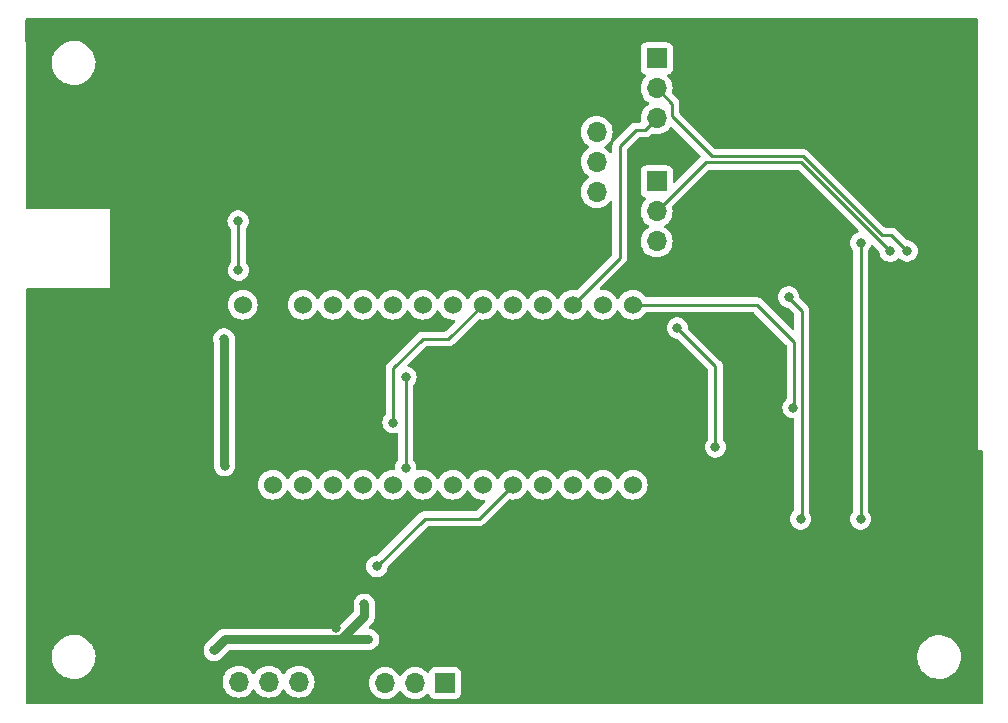
<source format=gbr>
%TF.GenerationSoftware,KiCad,Pcbnew,7.0.2-0*%
%TF.CreationDate,2023-07-24T20:11:18-04:00*%
%TF.ProjectId,data_logger,64617461-5f6c-46f6-9767-65722e6b6963,rev?*%
%TF.SameCoordinates,Original*%
%TF.FileFunction,Copper,L2,Bot*%
%TF.FilePolarity,Positive*%
%FSLAX46Y46*%
G04 Gerber Fmt 4.6, Leading zero omitted, Abs format (unit mm)*
G04 Created by KiCad (PCBNEW 7.0.2-0) date 2023-07-24 20:11:18*
%MOMM*%
%LPD*%
G01*
G04 APERTURE LIST*
%TA.AperFunction,ComponentPad*%
%ADD10C,1.530000*%
%TD*%
%TA.AperFunction,ComponentPad*%
%ADD11R,1.700000X1.700000*%
%TD*%
%TA.AperFunction,ComponentPad*%
%ADD12O,1.700000X1.700000*%
%TD*%
%TA.AperFunction,HeatsinkPad*%
%ADD13C,0.600000*%
%TD*%
%TA.AperFunction,ViaPad*%
%ADD14C,0.800000*%
%TD*%
%TA.AperFunction,Conductor*%
%ADD15C,0.800000*%
%TD*%
%TA.AperFunction,Conductor*%
%ADD16C,0.250000*%
%TD*%
G04 APERTURE END LIST*
D10*
%TO.P,U6,0,0*%
%TO.N,CAN_RX*%
X37846600Y-54303800D03*
%TO.P,U6,1,1*%
%TO.N,CAN_TX*%
X40386600Y-54303800D03*
%TO.P,U6,2,2*%
%TO.N,unconnected-(U6-Pad2)*%
X42926600Y-54303800D03*
%TO.P,U6,3,3*%
%TO.N,unconnected-(U6-Pad3)*%
X45466600Y-54303800D03*
%TO.P,U6,3.3V_2,3.3V_2*%
%TO.N,+3.3V*%
X40386600Y-39063800D03*
%TO.P,U6,4,4*%
%TO.N,unconnected-(U6-Pad4)*%
X48006600Y-54303800D03*
%TO.P,U6,5,5*%
%TO.N,unconnected-(U6-Pad5)*%
X50546600Y-54303800D03*
%TO.P,U6,6,6*%
%TO.N,unconnected-(U6-Pad6)*%
X53086600Y-54303800D03*
%TO.P,U6,7,7*%
%TO.N,unconnected-(U6-Pad7)*%
X55626600Y-54303800D03*
%TO.P,U6,8,8*%
%TO.N,ACC_INT*%
X58166600Y-54303800D03*
%TO.P,U6,9,9*%
%TO.N,SPK*%
X60706600Y-54303800D03*
%TO.P,U6,10,10*%
%TO.N,CS*%
X63246600Y-54303800D03*
%TO.P,U6,11,11*%
%TO.N,MOSI*%
X65786600Y-54303800D03*
%TO.P,U6,12,12*%
%TO.N,MISO*%
X68326600Y-54303800D03*
%TO.P,U6,13,13*%
%TO.N,CLK*%
X68326600Y-39063800D03*
%TO.P,U6,14,14*%
%TO.N,ESP_RX*%
X65786600Y-39063800D03*
%TO.P,U6,15,15*%
%TO.N,ESP_TX*%
X63246600Y-39063800D03*
%TO.P,U6,16,16*%
%TO.N,LED2*%
X60706600Y-39063800D03*
%TO.P,U6,17,17*%
%TO.N,LED1*%
X58166600Y-39063800D03*
%TO.P,U6,18,18*%
%TO.N,SDA*%
X55626600Y-39063800D03*
%TO.P,U6,19,19*%
%TO.N,SCL*%
X53086600Y-39063800D03*
%TO.P,U6,20,20*%
%TO.N,PPS*%
X50546600Y-39063800D03*
%TO.P,U6,21,21*%
%TO.N,unconnected-(U6-Pad21)*%
X48006600Y-39063800D03*
%TO.P,U6,22,22*%
%TO.N,EXTINT*%
X45466600Y-39063800D03*
%TO.P,U6,23,23*%
%TO.N,RESET_GPS*%
X42926600Y-39063800D03*
%TO.P,U6,G1,G1*%
%TO.N,GND*%
X35306600Y-54303800D03*
%TO.P,U6,G3,G3*%
X37846600Y-39063800D03*
%TO.P,U6,VIN,VIN*%
%TO.N,+5V*%
X35306600Y-39063800D03*
%TD*%
D11*
%TO.P,J3,1,Pin_1*%
%TO.N,ESP_RX_OUT*%
X70358600Y-28624400D03*
D12*
%TO.P,J3,2,Pin_2*%
%TO.N,U0RXD*%
X70358600Y-31164400D03*
%TO.P,J3,3,Pin_3*%
%TO.N,ESP_RX*%
X70358600Y-33704400D03*
%TD*%
D13*
%TO.P,U7,39,GND*%
%TO.N,GND*%
X89246600Y-24466800D03*
X87846600Y-24466800D03*
X89946600Y-25166800D03*
X88546600Y-25166800D03*
X87146600Y-25166800D03*
X89246600Y-25841800D03*
X87846600Y-25841800D03*
X89946600Y-26566800D03*
X88546600Y-26566800D03*
X87146600Y-26566800D03*
X89246600Y-27266800D03*
X87846600Y-27266800D03*
%TD*%
D11*
%TO.P,J1,1,Pin_1*%
%TO.N,Net-(J1-Pin_1)*%
X52451600Y-71106400D03*
D12*
%TO.P,J1,2,Pin_2*%
%TO.N,RX1*%
X49911600Y-71106400D03*
%TO.P,J1,3,Pin_3*%
%TO.N,TX1*%
X47371600Y-71106400D03*
%TO.P,J1,4,Pin_4*%
%TO.N,GND*%
X44831600Y-71106400D03*
%TD*%
D11*
%TO.P,J5,1,Pin_1*%
%TO.N,GND*%
X65278600Y-21893400D03*
D12*
%TO.P,J5,2,Pin_2*%
%TO.N,ESP_TX_OUT*%
X65278600Y-24433400D03*
%TO.P,J5,3,Pin_3*%
%TO.N,ESP_RX_OUT*%
X65278600Y-26973400D03*
%TO.P,J5,4,Pin_4*%
%TO.N,+3.3V*%
X65278600Y-29513400D03*
%TD*%
D11*
%TO.P,J2,1,Pin_1*%
%TO.N,GND*%
X32418600Y-70979400D03*
D12*
%TO.P,J2,2,Pin_2*%
%TO.N,CAN_LO*%
X34958600Y-70979400D03*
%TO.P,J2,3,Pin_3*%
%TO.N,CAN_HI*%
X37498600Y-70979400D03*
%TO.P,J2,4,Pin_4*%
%TO.N,Net-(J2-Pin_4)*%
X40038600Y-70979400D03*
%TD*%
D11*
%TO.P,J4,1,Pin_1*%
%TO.N,ESP_TX_OUT*%
X70358600Y-18210400D03*
D12*
%TO.P,J4,2,Pin_2*%
%TO.N,U0TXD*%
X70358600Y-20750400D03*
%TO.P,J4,3,Pin_3*%
%TO.N,ESP_TX*%
X70358600Y-23290400D03*
%TD*%
D14*
%TO.N,+5V*%
X45600000Y-64430000D03*
X33786600Y-52699400D03*
X33706600Y-41959400D03*
%TO.N,MISO*%
X72106600Y-41039400D03*
X75326600Y-51109400D03*
%TO.N,SCL*%
X49096600Y-52869400D03*
X49136600Y-45179400D03*
%TO.N,GND*%
X50401800Y-60738200D03*
X65278600Y-34034600D03*
X96266600Y-20293200D03*
X48471400Y-63710000D03*
X17780600Y-40181400D03*
X31750600Y-40181400D03*
X24638600Y-38149400D03*
X36144800Y-26770200D03*
X81585400Y-68205800D03*
X48616200Y-35507800D03*
X51410200Y-20521800D03*
X24638600Y-30529400D03*
X84404800Y-62795600D03*
X96825400Y-15568800D03*
X78994600Y-50036600D03*
X69667800Y-59185600D03*
X76018551Y-34309751D03*
X24638600Y-36625400D03*
X40234200Y-33298000D03*
X38616200Y-60738200D03*
X61240000Y-23315800D03*
X40285000Y-35660200D03*
X24638600Y-32053400D03*
X28710200Y-70720400D03*
X96317400Y-34491800D03*
X17526600Y-38403400D03*
X90246800Y-16432400D03*
X43251200Y-66397400D03*
X31750600Y-36117400D03*
X80417000Y-21614000D03*
X25332000Y-61601800D03*
X31242600Y-29005400D03*
X76353000Y-62414600D03*
X89992800Y-68078800D03*
X46134600Y-57842600D03*
X55271000Y-29259400D03*
X17780600Y-30275400D03*
X17780600Y-28497400D03*
X31750600Y-32561400D03*
X55931400Y-33831400D03*
%TO.N,Net-(C2-Pad2)*%
X34951000Y-36142800D03*
X34925600Y-31977200D03*
%TO.N,+5V*%
X32901200Y-68332800D03*
%TO.N,ESP_EN*%
X87630600Y-33831400D03*
X87630600Y-57199400D03*
%TO.N,IO0*%
X81534600Y-38403400D03*
X82550600Y-57199400D03*
%TO.N,U0RXD*%
X90119800Y-34542600D03*
%TO.N,U0TXD*%
X91567600Y-34517200D03*
%TO.N,SDA*%
X48046600Y-49040100D03*
%TO.N,ACC_INT*%
X46668000Y-61220800D03*
%TO.N,CLK*%
X81915600Y-47776000D03*
%TD*%
D15*
%TO.N,+5V*%
X45600000Y-65462814D02*
X45600000Y-64430000D01*
X33836600Y-67397400D02*
X43460000Y-67397400D01*
X43460000Y-67397400D02*
X45952400Y-67397400D01*
X43460000Y-67397400D02*
X43665414Y-67397400D01*
X43665414Y-67397400D02*
X45600000Y-65462814D01*
X33757200Y-52538800D02*
X33757200Y-42010000D01*
D16*
%TO.N,MISO*%
X75326600Y-44259400D02*
X72106600Y-41039400D01*
X75326600Y-51109400D02*
X75326600Y-44259400D01*
%TO.N,SCL*%
X49096600Y-52869400D02*
X49096600Y-45219400D01*
%TO.N,SDA*%
X48064800Y-44441200D02*
X48064800Y-49021900D01*
X48064800Y-49021900D02*
X48046600Y-49040100D01*
%TO.N,ESP_TX*%
X63246600Y-39063800D02*
X67236600Y-35073800D01*
X67236600Y-35073800D02*
X67236600Y-25629400D01*
X68586600Y-24279400D02*
X69369600Y-24279400D01*
X67236600Y-25629400D02*
X68586600Y-24279400D01*
X69369600Y-24279400D02*
X70358600Y-23290400D01*
%TO.N,Net-(C2-Pad2)*%
X34925600Y-36117400D02*
X34951000Y-36142800D01*
X34925600Y-31977200D02*
X34925600Y-36117400D01*
D15*
%TO.N,+5V*%
X32901200Y-68332800D02*
X33836600Y-67397400D01*
D16*
%TO.N,ESP_EN*%
X87630600Y-33831400D02*
X87630600Y-57199400D01*
%TO.N,IO0*%
X81534600Y-38474800D02*
X82640600Y-39580800D01*
X81534600Y-38474800D02*
X81534600Y-38403400D01*
X82640600Y-57199800D02*
X82640600Y-39580800D01*
X82641000Y-57199400D02*
X82640600Y-57199800D01*
X82550600Y-57199400D02*
X82641000Y-57199400D01*
%TO.N,U0RXD*%
X82601400Y-27024200D02*
X74498800Y-27024200D01*
X74498800Y-27024200D02*
X70358600Y-31164400D01*
X90119800Y-34542600D02*
X82601400Y-27024200D01*
%TO.N,U0TXD*%
X71666700Y-22058500D02*
X71666700Y-23125300D01*
X91567600Y-34517200D02*
X90221400Y-33171000D01*
X89408600Y-33171000D02*
X82753800Y-26516200D01*
X71666700Y-23125300D02*
X75057600Y-26516200D01*
X71666700Y-22058500D02*
X70358600Y-20750400D01*
X90221400Y-33171000D02*
X89408600Y-33171000D01*
X82753800Y-26516200D02*
X75057600Y-26516200D01*
%TO.N,SDA*%
X48064800Y-44441200D02*
X50546600Y-41959400D01*
X52731000Y-41959400D02*
X55626600Y-39063800D01*
X48046600Y-49040100D02*
X48046600Y-48778700D01*
X50546600Y-41959400D02*
X52731000Y-41959400D01*
%TO.N,ACC_INT*%
X46668000Y-61220800D02*
X50706600Y-57182200D01*
X55288200Y-57182200D02*
X50706600Y-57182200D01*
X58166600Y-54303800D02*
X55288200Y-57182200D01*
%TO.N,CLK*%
X81991800Y-47699800D02*
X81915600Y-47776000D01*
X78842200Y-39063800D02*
X81991800Y-42213400D01*
X68326600Y-39063800D02*
X78842200Y-39063800D01*
X81991800Y-42213400D02*
X81991800Y-47699800D01*
%TD*%
%TA.AperFunction,Conductor*%
%TO.N,GND*%
G36*
X97442619Y-14831813D02*
G01*
X97509654Y-14851507D01*
X97555402Y-14904317D01*
X97566600Y-14955813D01*
X97566600Y-51366800D01*
X97871997Y-51366800D01*
X97939036Y-51386485D01*
X97984791Y-51439289D01*
X97995997Y-51490800D01*
X97995997Y-72772901D01*
X97976312Y-72839940D01*
X97923508Y-72885695D01*
X97871997Y-72896901D01*
X17067995Y-72896901D01*
X17000956Y-72877216D01*
X16955201Y-72824412D01*
X16943995Y-72772901D01*
X16943995Y-70979400D01*
X33602940Y-70979400D01*
X33623536Y-71214807D01*
X33657566Y-71341807D01*
X33684697Y-71443063D01*
X33784565Y-71657230D01*
X33920105Y-71850801D01*
X34087199Y-72017895D01*
X34280770Y-72153435D01*
X34494937Y-72253303D01*
X34721259Y-72313945D01*
X34723192Y-72314463D01*
X34958599Y-72335059D01*
X34958599Y-72335058D01*
X34958600Y-72335059D01*
X35194008Y-72314463D01*
X35422263Y-72253303D01*
X35636430Y-72153435D01*
X35830001Y-72017895D01*
X35997095Y-71850801D01*
X36127026Y-71665239D01*
X36181602Y-71621616D01*
X36251100Y-71614422D01*
X36313455Y-71645945D01*
X36330171Y-71665237D01*
X36460105Y-71850801D01*
X36627199Y-72017895D01*
X36820770Y-72153435D01*
X37034937Y-72253303D01*
X37263192Y-72314463D01*
X37498600Y-72335059D01*
X37734008Y-72314463D01*
X37962263Y-72253303D01*
X38176430Y-72153435D01*
X38370001Y-72017895D01*
X38537095Y-71850801D01*
X38667026Y-71665239D01*
X38721602Y-71621617D01*
X38791101Y-71614424D01*
X38853455Y-71645946D01*
X38870171Y-71665237D01*
X39000105Y-71850801D01*
X39167199Y-72017895D01*
X39360770Y-72153435D01*
X39574937Y-72253303D01*
X39803192Y-72314463D01*
X40038600Y-72335059D01*
X40274008Y-72314463D01*
X40502263Y-72253303D01*
X40716430Y-72153435D01*
X40910001Y-72017895D01*
X41077095Y-71850801D01*
X41212635Y-71657230D01*
X41312503Y-71443063D01*
X41373663Y-71214808D01*
X41383148Y-71106400D01*
X46015940Y-71106400D01*
X46036536Y-71341807D01*
X46063668Y-71443063D01*
X46097697Y-71570063D01*
X46197565Y-71784230D01*
X46333105Y-71977801D01*
X46500199Y-72144895D01*
X46693770Y-72280435D01*
X46907937Y-72380303D01*
X47136191Y-72441463D01*
X47136192Y-72441463D01*
X47371599Y-72462059D01*
X47371599Y-72462058D01*
X47371600Y-72462059D01*
X47607008Y-72441463D01*
X47835263Y-72380303D01*
X48049430Y-72280435D01*
X48243001Y-72144895D01*
X48410095Y-71977801D01*
X48540026Y-71792239D01*
X48594602Y-71748616D01*
X48664100Y-71741422D01*
X48726455Y-71772945D01*
X48743171Y-71792237D01*
X48873105Y-71977801D01*
X49040199Y-72144895D01*
X49233770Y-72280435D01*
X49447937Y-72380303D01*
X49676192Y-72441463D01*
X49911600Y-72462059D01*
X50147008Y-72441463D01*
X50375263Y-72380303D01*
X50589430Y-72280435D01*
X50783001Y-72144895D01*
X50904929Y-72022966D01*
X50966248Y-71989484D01*
X51035940Y-71994468D01*
X51091874Y-72036339D01*
X51108789Y-72067316D01*
X51157804Y-72198731D01*
X51244054Y-72313946D01*
X51359269Y-72400196D01*
X51494117Y-72450491D01*
X51553727Y-72456900D01*
X53349472Y-72456899D01*
X53409083Y-72450491D01*
X53543931Y-72400196D01*
X53659146Y-72313946D01*
X53745396Y-72198731D01*
X53795691Y-72063883D01*
X53802100Y-72004273D01*
X53802099Y-70208528D01*
X53795691Y-70148917D01*
X53745396Y-70014069D01*
X53659146Y-69898854D01*
X53543931Y-69812604D01*
X53409083Y-69762309D01*
X53349473Y-69755900D01*
X53346150Y-69755900D01*
X51557039Y-69755900D01*
X51557020Y-69755900D01*
X51553728Y-69755901D01*
X51550448Y-69756253D01*
X51550440Y-69756254D01*
X51494115Y-69762309D01*
X51359269Y-69812604D01*
X51244054Y-69898854D01*
X51157804Y-70014069D01*
X51108789Y-70145483D01*
X51066917Y-70201416D01*
X51001452Y-70225833D01*
X50933180Y-70210981D01*
X50904926Y-70189830D01*
X50783004Y-70067908D01*
X50783001Y-70067905D01*
X50589430Y-69932365D01*
X50375263Y-69832497D01*
X50314102Y-69816109D01*
X50147007Y-69771336D01*
X49911599Y-69750740D01*
X49676192Y-69771336D01*
X49447936Y-69832497D01*
X49233770Y-69932365D01*
X49040198Y-70067905D01*
X48873105Y-70234998D01*
X48743175Y-70420559D01*
X48688598Y-70464184D01*
X48619100Y-70471378D01*
X48556745Y-70439855D01*
X48540025Y-70420559D01*
X48456708Y-70301570D01*
X48410095Y-70234999D01*
X48243001Y-70067905D01*
X48049430Y-69932365D01*
X47835263Y-69832497D01*
X47774101Y-69816109D01*
X47607007Y-69771336D01*
X47371599Y-69750740D01*
X47136192Y-69771336D01*
X46907936Y-69832497D01*
X46693770Y-69932365D01*
X46500198Y-70067905D01*
X46333105Y-70234998D01*
X46197565Y-70428570D01*
X46097697Y-70642736D01*
X46036536Y-70870992D01*
X46015940Y-71106400D01*
X41383148Y-71106400D01*
X41394259Y-70979400D01*
X41373663Y-70743992D01*
X41312503Y-70515737D01*
X41212635Y-70301571D01*
X41077095Y-70107999D01*
X40910001Y-69940905D01*
X40716430Y-69805365D01*
X40502263Y-69705497D01*
X40441102Y-69689109D01*
X40274007Y-69644336D01*
X40038600Y-69623740D01*
X39803192Y-69644336D01*
X39574936Y-69705497D01*
X39360770Y-69805365D01*
X39167198Y-69940905D01*
X39000108Y-70107995D01*
X39000107Y-70107997D01*
X39000105Y-70107999D01*
X38971454Y-70148917D01*
X38870174Y-70293560D01*
X38815597Y-70337185D01*
X38746098Y-70344377D01*
X38683744Y-70312855D01*
X38667029Y-70293564D01*
X38537095Y-70107999D01*
X38370001Y-69940905D01*
X38176430Y-69805365D01*
X37962263Y-69705497D01*
X37901102Y-69689109D01*
X37734007Y-69644336D01*
X37498600Y-69623740D01*
X37263192Y-69644336D01*
X37034936Y-69705497D01*
X36820770Y-69805365D01*
X36627198Y-69940905D01*
X36460108Y-70107995D01*
X36460107Y-70107997D01*
X36460105Y-70107999D01*
X36431454Y-70148917D01*
X36330174Y-70293560D01*
X36275597Y-70337185D01*
X36206098Y-70344377D01*
X36143744Y-70312855D01*
X36127029Y-70293564D01*
X35997095Y-70107999D01*
X35830001Y-69940905D01*
X35636430Y-69805365D01*
X35422263Y-69705497D01*
X35361101Y-69689109D01*
X35194007Y-69644336D01*
X34958599Y-69623740D01*
X34723192Y-69644336D01*
X34494936Y-69705497D01*
X34280770Y-69805365D01*
X34087198Y-69940905D01*
X33920105Y-70107998D01*
X33784565Y-70301570D01*
X33684697Y-70515736D01*
X33623536Y-70743992D01*
X33602940Y-70979400D01*
X16943995Y-70979400D01*
X16943995Y-68951164D01*
X19145787Y-68951164D01*
X19175413Y-69220416D01*
X19179754Y-69237019D01*
X19243928Y-69482488D01*
X19338697Y-69705497D01*
X19349871Y-69731792D01*
X19490982Y-69963011D01*
X19645694Y-70148917D01*
X19664255Y-70171220D01*
X19865998Y-70351982D01*
X20091910Y-70501444D01*
X20198211Y-70551276D01*
X20337177Y-70616421D01*
X20596562Y-70694458D01*
X20596569Y-70694460D01*
X20864561Y-70733900D01*
X20864564Y-70733900D01*
X21065369Y-70733900D01*
X21067631Y-70733900D01*
X21270156Y-70719077D01*
X21534553Y-70660180D01*
X21787558Y-70563414D01*
X22023777Y-70430841D01*
X22238177Y-70265288D01*
X22426186Y-70070281D01*
X22583799Y-69849979D01*
X22707656Y-69609075D01*
X22795118Y-69352705D01*
X22844319Y-69086333D01*
X22854212Y-68815635D01*
X22824586Y-68546382D01*
X22768748Y-68332800D01*
X31995740Y-68332800D01*
X31997205Y-68346744D01*
X31997714Y-68366190D01*
X31996980Y-68380186D01*
X32007588Y-68447167D01*
X32008434Y-68453598D01*
X32015525Y-68521055D01*
X32019860Y-68534398D01*
X32024399Y-68553306D01*
X32026592Y-68567149D01*
X32050890Y-68630449D01*
X32053056Y-68636565D01*
X32074019Y-68701080D01*
X32074020Y-68701082D01*
X32074021Y-68701084D01*
X32081031Y-68713225D01*
X32089405Y-68730783D01*
X32094429Y-68743871D01*
X32131363Y-68800747D01*
X32134753Y-68806279D01*
X32168665Y-68865016D01*
X32178049Y-68875437D01*
X32189896Y-68890877D01*
X32197524Y-68902624D01*
X32245474Y-68950573D01*
X32249943Y-68955282D01*
X32295329Y-69005688D01*
X32306670Y-69013928D01*
X32321460Y-69026559D01*
X32331375Y-69036474D01*
X32331377Y-69036475D01*
X32331378Y-69036476D01*
X32388254Y-69073412D01*
X32393604Y-69077089D01*
X32448466Y-69116949D01*
X32448469Y-69116950D01*
X32448470Y-69116951D01*
X32461277Y-69122652D01*
X32478370Y-69131934D01*
X32490130Y-69139571D01*
X32503060Y-69144534D01*
X32553443Y-69163874D01*
X32559434Y-69166355D01*
X32621397Y-69193944D01*
X32635120Y-69196860D01*
X32653764Y-69202383D01*
X32666850Y-69207407D01*
X32733853Y-69218018D01*
X32740188Y-69219193D01*
X32806554Y-69233300D01*
X32820574Y-69233300D01*
X32839971Y-69234826D01*
X32853812Y-69237019D01*
X32921536Y-69233470D01*
X32928026Y-69233300D01*
X32995843Y-69233300D01*
X32995846Y-69233300D01*
X33009560Y-69230384D01*
X33028845Y-69227846D01*
X33042846Y-69227113D01*
X33108392Y-69209549D01*
X33114642Y-69208049D01*
X33181003Y-69193944D01*
X33193800Y-69188245D01*
X33212146Y-69181748D01*
X33225688Y-69178120D01*
X33286163Y-69147305D01*
X33291952Y-69144544D01*
X33353930Y-69116951D01*
X33365265Y-69108714D01*
X33381852Y-69098549D01*
X33394349Y-69092183D01*
X33447090Y-69049472D01*
X33452178Y-69045568D01*
X33507071Y-69005688D01*
X33541757Y-68967164D01*
X92422387Y-68967164D01*
X92452013Y-69236416D01*
X92452171Y-69237019D01*
X92520528Y-69498488D01*
X92619671Y-69731790D01*
X92626471Y-69747792D01*
X92767582Y-69979011D01*
X92940853Y-70187218D01*
X92940855Y-70187220D01*
X93142598Y-70367982D01*
X93368510Y-70517444D01*
X93466571Y-70563413D01*
X93613777Y-70632421D01*
X93819987Y-70694460D01*
X93873169Y-70710460D01*
X94141161Y-70749900D01*
X94141164Y-70749900D01*
X94341969Y-70749900D01*
X94344231Y-70749900D01*
X94546756Y-70735077D01*
X94811153Y-70676180D01*
X95064158Y-70579414D01*
X95300377Y-70446841D01*
X95514777Y-70281288D01*
X95702786Y-70086281D01*
X95860399Y-69865979D01*
X95984256Y-69625075D01*
X96071718Y-69368705D01*
X96120919Y-69102333D01*
X96130812Y-68831635D01*
X96101186Y-68562382D01*
X96032672Y-68300312D01*
X95926730Y-68051010D01*
X95797739Y-67839651D01*
X95785617Y-67819788D01*
X95612346Y-67611581D01*
X95507359Y-67517512D01*
X95410602Y-67430818D01*
X95184690Y-67281356D01*
X95150555Y-67265354D01*
X94939422Y-67166378D01*
X94680037Y-67088341D01*
X94680031Y-67088340D01*
X94412039Y-67048900D01*
X94208969Y-67048900D01*
X94206720Y-67049064D01*
X94206709Y-67049065D01*
X94006443Y-67063722D01*
X93742049Y-67122619D01*
X93489041Y-67219386D01*
X93252823Y-67351959D01*
X93038425Y-67517509D01*
X92850413Y-67712520D01*
X92692801Y-67932820D01*
X92568942Y-68173729D01*
X92481481Y-68430095D01*
X92432280Y-68696466D01*
X92422387Y-68967164D01*
X33541757Y-68967164D01*
X33552473Y-68955262D01*
X33556906Y-68950591D01*
X34173279Y-68334219D01*
X34234603Y-68300734D01*
X34260961Y-68297900D01*
X43412808Y-68297900D01*
X43584788Y-68297900D01*
X43604185Y-68299426D01*
X43618026Y-68301619D01*
X43685750Y-68298070D01*
X43692240Y-68297900D01*
X45996350Y-68297900D01*
X45999592Y-68297900D01*
X46140656Y-68283074D01*
X46320684Y-68224579D01*
X46484616Y-68129933D01*
X46625288Y-68003271D01*
X46676474Y-67932820D01*
X46736551Y-67850130D01*
X46757184Y-67803788D01*
X46813544Y-67677203D01*
X46852900Y-67492046D01*
X46852900Y-67302754D01*
X46848351Y-67281354D01*
X46813544Y-67117597D01*
X46736551Y-66944669D01*
X46625289Y-66791529D01*
X46484616Y-66664866D01*
X46320684Y-66570220D01*
X46140657Y-66511726D01*
X46134886Y-66511119D01*
X46113191Y-66508839D01*
X46048579Y-66482255D01*
X46008595Y-66424957D01*
X46005935Y-66355138D01*
X46038475Y-66297838D01*
X46179737Y-66156576D01*
X46194537Y-66143936D01*
X46205871Y-66135702D01*
X46251256Y-66085295D01*
X46255712Y-66080601D01*
X46270120Y-66066194D01*
X46282964Y-66050331D01*
X46287152Y-66045429D01*
X46332533Y-65995030D01*
X46339544Y-65982885D01*
X46350564Y-65966853D01*
X46359383Y-65955963D01*
X46390185Y-65895507D01*
X46393248Y-65889865D01*
X46427179Y-65831098D01*
X46431509Y-65817767D01*
X46438956Y-65799788D01*
X46445320Y-65787302D01*
X46462875Y-65721784D01*
X46464707Y-65715596D01*
X46485674Y-65651070D01*
X46487140Y-65637119D01*
X46490683Y-65618004D01*
X46494313Y-65604459D01*
X46497862Y-65536720D01*
X46498371Y-65530261D01*
X46500161Y-65513235D01*
X46500161Y-65513227D01*
X46500500Y-65510006D01*
X46500500Y-65489638D01*
X46500670Y-65483149D01*
X46504219Y-65415424D01*
X46502027Y-65401585D01*
X46500500Y-65382187D01*
X46500500Y-64483692D01*
X46501179Y-64470731D01*
X46505460Y-64430000D01*
X46485674Y-64241744D01*
X46427179Y-64061716D01*
X46427179Y-64061715D01*
X46332533Y-63897783D01*
X46205870Y-63757110D01*
X46052730Y-63645848D01*
X45879802Y-63568855D01*
X45694648Y-63529500D01*
X45694646Y-63529500D01*
X45505354Y-63529500D01*
X45505352Y-63529500D01*
X45320197Y-63568855D01*
X45147269Y-63645848D01*
X44994129Y-63757110D01*
X44867466Y-63897783D01*
X44772820Y-64061715D01*
X44714326Y-64241742D01*
X44694540Y-64430000D01*
X44698820Y-64470733D01*
X44699499Y-64483692D01*
X44699500Y-65038452D01*
X44679816Y-65105491D01*
X44663181Y-65126133D01*
X43328734Y-66460581D01*
X43267411Y-66494066D01*
X43241053Y-66496900D01*
X33917226Y-66496900D01*
X33897828Y-66495373D01*
X33883988Y-66493181D01*
X33816270Y-66496730D01*
X33809780Y-66496900D01*
X33789408Y-66496900D01*
X33786193Y-66497237D01*
X33786188Y-66497238D01*
X33774553Y-66498460D01*
X33769139Y-66499029D01*
X33762684Y-66499537D01*
X33694951Y-66503087D01*
X33681409Y-66506716D01*
X33662285Y-66510260D01*
X33648344Y-66511725D01*
X33583845Y-66532682D01*
X33577623Y-66534526D01*
X33512110Y-66552080D01*
X33499621Y-66558444D01*
X33481652Y-66565887D01*
X33468317Y-66570220D01*
X33409596Y-66604122D01*
X33403895Y-66607218D01*
X33343445Y-66638019D01*
X33332550Y-66646842D01*
X33316522Y-66657858D01*
X33304384Y-66664866D01*
X33253976Y-66710252D01*
X33249051Y-66714459D01*
X33235736Y-66725243D01*
X33233220Y-66727281D01*
X33230937Y-66729563D01*
X33230919Y-66729580D01*
X33218809Y-66741689D01*
X33214108Y-66746151D01*
X33163708Y-66791532D01*
X33155469Y-66802872D01*
X33142835Y-66817664D01*
X32321464Y-67639035D01*
X32306672Y-67651669D01*
X32295332Y-67659908D01*
X32249951Y-67710308D01*
X32245489Y-67715009D01*
X32233380Y-67727119D01*
X32233363Y-67727137D01*
X32231081Y-67729420D01*
X32229046Y-67731932D01*
X32229043Y-67731936D01*
X32218259Y-67745251D01*
X32214052Y-67750176D01*
X32168666Y-67800584D01*
X32161658Y-67812722D01*
X32150642Y-67828750D01*
X32141819Y-67839645D01*
X32111018Y-67900095D01*
X32107922Y-67905796D01*
X32074022Y-67964513D01*
X32069688Y-67977852D01*
X32062244Y-67995819D01*
X32055880Y-68008312D01*
X32038326Y-68073817D01*
X32036484Y-68080034D01*
X32015525Y-68144543D01*
X32014060Y-68158486D01*
X32010515Y-68177614D01*
X32006886Y-68191154D01*
X32003337Y-68258883D01*
X32002828Y-68265353D01*
X31995740Y-68332800D01*
X22768748Y-68332800D01*
X22756072Y-68284312D01*
X22650130Y-68035010D01*
X22524251Y-67828750D01*
X22509017Y-67803788D01*
X22335746Y-67595581D01*
X22230759Y-67501512D01*
X22134002Y-67414818D01*
X21908090Y-67265356D01*
X21908086Y-67265354D01*
X21662822Y-67150378D01*
X21403437Y-67072341D01*
X21403431Y-67072340D01*
X21135439Y-67032900D01*
X20932369Y-67032900D01*
X20930120Y-67033064D01*
X20930109Y-67033065D01*
X20729843Y-67047722D01*
X20465449Y-67106619D01*
X20212441Y-67203386D01*
X19976223Y-67335959D01*
X19761825Y-67501509D01*
X19573813Y-67696520D01*
X19416201Y-67916820D01*
X19292342Y-68157729D01*
X19204881Y-68414095D01*
X19155680Y-68680466D01*
X19145787Y-68951164D01*
X16943995Y-68951164D01*
X16943995Y-54303799D01*
X36576265Y-54303799D01*
X36595564Y-54524388D01*
X36652878Y-54738283D01*
X36746455Y-54938962D01*
X36746456Y-54938963D01*
X36746458Y-54938967D01*
X36873468Y-55120355D01*
X37030045Y-55276932D01*
X37211433Y-55403942D01*
X37412120Y-55497523D01*
X37626009Y-55554835D01*
X37846600Y-55574134D01*
X38067191Y-55554835D01*
X38281080Y-55497523D01*
X38481767Y-55403942D01*
X38663155Y-55276932D01*
X38819732Y-55120355D01*
X38946742Y-54938967D01*
X39004218Y-54815707D01*
X39050390Y-54763268D01*
X39117583Y-54744116D01*
X39184464Y-54764331D01*
X39228981Y-54815707D01*
X39286458Y-54938967D01*
X39413468Y-55120355D01*
X39570045Y-55276932D01*
X39751433Y-55403942D01*
X39952120Y-55497523D01*
X40166009Y-55554835D01*
X40303994Y-55566907D01*
X40386599Y-55574134D01*
X40386599Y-55574133D01*
X40386600Y-55574134D01*
X40607191Y-55554835D01*
X40821080Y-55497523D01*
X41021767Y-55403942D01*
X41203155Y-55276932D01*
X41359732Y-55120355D01*
X41486742Y-54938967D01*
X41544218Y-54815707D01*
X41590390Y-54763268D01*
X41657583Y-54744116D01*
X41724464Y-54764331D01*
X41768981Y-54815707D01*
X41826458Y-54938967D01*
X41953468Y-55120355D01*
X42110045Y-55276932D01*
X42291433Y-55403942D01*
X42492120Y-55497523D01*
X42706009Y-55554835D01*
X42926600Y-55574134D01*
X43147191Y-55554835D01*
X43361080Y-55497523D01*
X43561767Y-55403942D01*
X43743155Y-55276932D01*
X43899732Y-55120355D01*
X44026742Y-54938967D01*
X44084218Y-54815707D01*
X44130390Y-54763268D01*
X44197583Y-54744116D01*
X44264464Y-54764331D01*
X44308981Y-54815707D01*
X44366458Y-54938967D01*
X44493468Y-55120355D01*
X44650045Y-55276932D01*
X44831433Y-55403942D01*
X45032120Y-55497523D01*
X45246009Y-55554835D01*
X45383994Y-55566907D01*
X45466599Y-55574134D01*
X45466599Y-55574133D01*
X45466600Y-55574134D01*
X45687191Y-55554835D01*
X45901080Y-55497523D01*
X46101767Y-55403942D01*
X46283155Y-55276932D01*
X46439732Y-55120355D01*
X46566742Y-54938967D01*
X46624218Y-54815707D01*
X46670390Y-54763268D01*
X46737583Y-54744116D01*
X46804464Y-54764331D01*
X46848981Y-54815707D01*
X46906458Y-54938967D01*
X47033468Y-55120355D01*
X47190045Y-55276932D01*
X47371433Y-55403942D01*
X47572120Y-55497523D01*
X47786009Y-55554835D01*
X48006600Y-55574134D01*
X48227191Y-55554835D01*
X48441080Y-55497523D01*
X48641767Y-55403942D01*
X48823155Y-55276932D01*
X48979732Y-55120355D01*
X49106742Y-54938967D01*
X49164218Y-54815707D01*
X49210390Y-54763268D01*
X49277583Y-54744116D01*
X49344464Y-54764331D01*
X49388981Y-54815707D01*
X49446458Y-54938967D01*
X49573468Y-55120355D01*
X49730045Y-55276932D01*
X49911433Y-55403942D01*
X50112120Y-55497523D01*
X50326009Y-55554835D01*
X50463994Y-55566907D01*
X50546599Y-55574134D01*
X50546599Y-55574133D01*
X50546600Y-55574134D01*
X50767191Y-55554835D01*
X50981080Y-55497523D01*
X51181767Y-55403942D01*
X51363155Y-55276932D01*
X51519732Y-55120355D01*
X51646742Y-54938967D01*
X51704218Y-54815707D01*
X51750390Y-54763268D01*
X51817583Y-54744116D01*
X51884464Y-54764331D01*
X51928981Y-54815707D01*
X51986458Y-54938967D01*
X52113468Y-55120355D01*
X52270045Y-55276932D01*
X52451433Y-55403942D01*
X52652120Y-55497523D01*
X52866009Y-55554835D01*
X53086600Y-55574134D01*
X53307191Y-55554835D01*
X53521080Y-55497523D01*
X53721767Y-55403942D01*
X53903155Y-55276932D01*
X54059732Y-55120355D01*
X54186742Y-54938967D01*
X54244218Y-54815707D01*
X54290390Y-54763268D01*
X54357583Y-54744116D01*
X54424464Y-54764331D01*
X54468981Y-54815707D01*
X54526458Y-54938967D01*
X54653468Y-55120355D01*
X54810045Y-55276932D01*
X54991433Y-55403942D01*
X55192120Y-55497523D01*
X55406009Y-55554835D01*
X55516304Y-55564484D01*
X55626598Y-55574134D01*
X55626598Y-55574133D01*
X55626600Y-55574134D01*
X55709203Y-55566907D01*
X55777702Y-55580673D01*
X55827885Y-55629288D01*
X55843819Y-55697317D01*
X55820444Y-55763160D01*
X55807691Y-55778116D01*
X55065428Y-56520381D01*
X55004105Y-56553866D01*
X54977747Y-56556700D01*
X50789344Y-56556700D01*
X50768837Y-56554435D01*
X50698727Y-56556639D01*
X50694832Y-56556700D01*
X50667250Y-56556700D01*
X50663405Y-56557185D01*
X50663380Y-56557187D01*
X50663253Y-56557204D01*
X50651633Y-56558118D01*
X50607969Y-56559490D01*
X50588729Y-56565080D01*
X50569681Y-56569025D01*
X50549809Y-56571535D01*
X50509199Y-56587613D01*
X50498154Y-56591394D01*
X50456210Y-56603581D01*
X50438965Y-56613779D01*
X50421504Y-56622333D01*
X50402867Y-56629712D01*
X50367531Y-56655385D01*
X50357774Y-56661795D01*
X50320180Y-56684029D01*
X50306013Y-56698196D01*
X50291224Y-56710826D01*
X50275013Y-56722604D01*
X50247172Y-56756258D01*
X50239311Y-56764897D01*
X46720228Y-60283981D01*
X46658905Y-60317466D01*
X46632547Y-60320300D01*
X46573352Y-60320300D01*
X46388197Y-60359655D01*
X46215269Y-60436648D01*
X46062129Y-60547910D01*
X45935466Y-60688583D01*
X45840820Y-60852515D01*
X45782326Y-61032542D01*
X45762540Y-61220799D01*
X45782326Y-61409057D01*
X45840820Y-61589084D01*
X45935466Y-61753016D01*
X46062129Y-61893689D01*
X46215269Y-62004951D01*
X46388197Y-62081944D01*
X46573352Y-62121300D01*
X46573354Y-62121300D01*
X46762648Y-62121300D01*
X46886084Y-62095062D01*
X46947803Y-62081944D01*
X47120730Y-62004951D01*
X47273871Y-61893688D01*
X47400533Y-61753016D01*
X47495179Y-61589084D01*
X47553674Y-61409056D01*
X47571321Y-61241145D01*
X47597905Y-61176532D01*
X47606952Y-61166436D01*
X50929371Y-57844019D01*
X50990695Y-57810534D01*
X51017053Y-57807700D01*
X55205456Y-57807700D01*
X55225962Y-57809964D01*
X55228865Y-57809872D01*
X55228867Y-57809873D01*
X55296072Y-57807761D01*
X55299968Y-57807700D01*
X55323648Y-57807700D01*
X55327550Y-57807700D01*
X55331513Y-57807199D01*
X55343162Y-57806280D01*
X55386827Y-57804909D01*
X55406059Y-57799320D01*
X55425118Y-57795374D01*
X55431396Y-57794581D01*
X55444992Y-57792864D01*
X55485607Y-57776782D01*
X55496644Y-57773003D01*
X55538590Y-57760818D01*
X55555829Y-57750622D01*
X55573302Y-57742062D01*
X55591932Y-57734686D01*
X55627264Y-57709014D01*
X55637030Y-57702600D01*
X55674618Y-57680371D01*
X55674617Y-57680371D01*
X55674620Y-57680370D01*
X55688785Y-57666204D01*
X55703573Y-57653573D01*
X55719787Y-57641794D01*
X55747638Y-57608126D01*
X55755479Y-57599509D01*
X57780356Y-55574633D01*
X57841677Y-55541150D01*
X57900130Y-55542542D01*
X57946007Y-55554835D01*
X58166600Y-55574134D01*
X58387191Y-55554835D01*
X58601080Y-55497523D01*
X58801767Y-55403942D01*
X58983155Y-55276932D01*
X59139732Y-55120355D01*
X59266742Y-54938967D01*
X59324218Y-54815707D01*
X59370390Y-54763268D01*
X59437583Y-54744116D01*
X59504464Y-54764331D01*
X59548981Y-54815707D01*
X59606458Y-54938967D01*
X59733468Y-55120355D01*
X59890045Y-55276932D01*
X60071433Y-55403942D01*
X60272120Y-55497523D01*
X60486009Y-55554835D01*
X60623994Y-55566907D01*
X60706599Y-55574134D01*
X60706599Y-55574133D01*
X60706600Y-55574134D01*
X60927191Y-55554835D01*
X61141080Y-55497523D01*
X61341767Y-55403942D01*
X61523155Y-55276932D01*
X61679732Y-55120355D01*
X61806742Y-54938967D01*
X61864218Y-54815707D01*
X61910390Y-54763268D01*
X61977583Y-54744116D01*
X62044464Y-54764331D01*
X62088981Y-54815707D01*
X62146458Y-54938967D01*
X62273468Y-55120355D01*
X62430045Y-55276932D01*
X62611433Y-55403942D01*
X62812120Y-55497523D01*
X63026009Y-55554835D01*
X63246600Y-55574134D01*
X63467191Y-55554835D01*
X63681080Y-55497523D01*
X63881767Y-55403942D01*
X64063155Y-55276932D01*
X64219732Y-55120355D01*
X64346742Y-54938967D01*
X64404218Y-54815707D01*
X64450390Y-54763268D01*
X64517583Y-54744116D01*
X64584464Y-54764331D01*
X64628981Y-54815707D01*
X64686458Y-54938967D01*
X64813468Y-55120355D01*
X64970045Y-55276932D01*
X65151433Y-55403942D01*
X65352120Y-55497523D01*
X65566009Y-55554835D01*
X65703994Y-55566907D01*
X65786599Y-55574134D01*
X65786599Y-55574133D01*
X65786600Y-55574134D01*
X66007191Y-55554835D01*
X66221080Y-55497523D01*
X66421767Y-55403942D01*
X66603155Y-55276932D01*
X66759732Y-55120355D01*
X66886742Y-54938967D01*
X66944218Y-54815707D01*
X66990390Y-54763268D01*
X67057583Y-54744116D01*
X67124464Y-54764331D01*
X67168981Y-54815707D01*
X67226458Y-54938967D01*
X67353468Y-55120355D01*
X67510045Y-55276932D01*
X67691433Y-55403942D01*
X67892120Y-55497523D01*
X68106009Y-55554835D01*
X68326600Y-55574134D01*
X68547191Y-55554835D01*
X68761080Y-55497523D01*
X68961767Y-55403942D01*
X69143155Y-55276932D01*
X69299732Y-55120355D01*
X69426742Y-54938967D01*
X69520323Y-54738280D01*
X69577635Y-54524391D01*
X69596934Y-54303800D01*
X69577635Y-54083209D01*
X69520323Y-53869320D01*
X69426742Y-53668633D01*
X69299732Y-53487245D01*
X69143155Y-53330668D01*
X68961767Y-53203658D01*
X68961764Y-53203657D01*
X68961762Y-53203655D01*
X68761083Y-53110078D01*
X68761080Y-53110077D01*
X68573726Y-53059875D01*
X68547188Y-53052764D01*
X68326600Y-53033465D01*
X68106011Y-53052764D01*
X67892116Y-53110078D01*
X67691437Y-53203655D01*
X67510041Y-53330671D01*
X67353471Y-53487241D01*
X67226455Y-53668637D01*
X67168982Y-53791891D01*
X67122810Y-53844331D01*
X67055617Y-53863483D01*
X66988735Y-53843267D01*
X66944218Y-53791891D01*
X66886744Y-53668637D01*
X66886743Y-53668636D01*
X66886742Y-53668633D01*
X66759732Y-53487245D01*
X66603155Y-53330668D01*
X66421767Y-53203658D01*
X66421764Y-53203657D01*
X66421762Y-53203655D01*
X66221083Y-53110078D01*
X66221080Y-53110077D01*
X66033726Y-53059875D01*
X66007188Y-53052764D01*
X65786599Y-53033465D01*
X65566011Y-53052764D01*
X65352116Y-53110078D01*
X65151437Y-53203655D01*
X64970041Y-53330671D01*
X64813471Y-53487241D01*
X64686455Y-53668637D01*
X64628982Y-53791891D01*
X64582810Y-53844331D01*
X64515617Y-53863483D01*
X64448735Y-53843267D01*
X64404218Y-53791891D01*
X64346744Y-53668637D01*
X64346743Y-53668636D01*
X64346742Y-53668633D01*
X64219732Y-53487245D01*
X64063155Y-53330668D01*
X63881767Y-53203658D01*
X63881764Y-53203657D01*
X63881762Y-53203655D01*
X63681083Y-53110078D01*
X63681080Y-53110077D01*
X63493726Y-53059875D01*
X63467188Y-53052764D01*
X63246599Y-53033465D01*
X63026011Y-53052764D01*
X62812116Y-53110078D01*
X62611437Y-53203655D01*
X62430041Y-53330671D01*
X62273471Y-53487241D01*
X62146455Y-53668637D01*
X62088982Y-53791891D01*
X62042810Y-53844331D01*
X61975617Y-53863483D01*
X61908735Y-53843267D01*
X61864218Y-53791891D01*
X61806744Y-53668637D01*
X61806743Y-53668636D01*
X61806742Y-53668633D01*
X61679732Y-53487245D01*
X61523155Y-53330668D01*
X61341767Y-53203658D01*
X61341764Y-53203657D01*
X61341762Y-53203655D01*
X61141083Y-53110078D01*
X61141080Y-53110077D01*
X60953726Y-53059875D01*
X60927188Y-53052764D01*
X60706599Y-53033465D01*
X60486011Y-53052764D01*
X60272116Y-53110078D01*
X60071437Y-53203655D01*
X59890041Y-53330671D01*
X59733471Y-53487241D01*
X59606455Y-53668637D01*
X59548982Y-53791891D01*
X59502810Y-53844331D01*
X59435617Y-53863483D01*
X59368735Y-53843267D01*
X59324218Y-53791891D01*
X59266744Y-53668637D01*
X59266743Y-53668636D01*
X59266742Y-53668633D01*
X59139732Y-53487245D01*
X58983155Y-53330668D01*
X58801767Y-53203658D01*
X58801764Y-53203657D01*
X58801762Y-53203655D01*
X58601083Y-53110078D01*
X58601080Y-53110077D01*
X58413726Y-53059875D01*
X58387188Y-53052764D01*
X58166600Y-53033465D01*
X57946011Y-53052764D01*
X57732116Y-53110078D01*
X57531437Y-53203655D01*
X57350041Y-53330671D01*
X57193471Y-53487241D01*
X57066455Y-53668637D01*
X57008982Y-53791891D01*
X56962810Y-53844331D01*
X56895617Y-53863483D01*
X56828735Y-53843267D01*
X56784218Y-53791891D01*
X56726744Y-53668637D01*
X56726743Y-53668636D01*
X56726742Y-53668633D01*
X56599732Y-53487245D01*
X56443155Y-53330668D01*
X56261767Y-53203658D01*
X56261764Y-53203657D01*
X56261762Y-53203655D01*
X56061083Y-53110078D01*
X56061080Y-53110077D01*
X55873726Y-53059875D01*
X55847188Y-53052764D01*
X55626599Y-53033465D01*
X55406011Y-53052764D01*
X55192116Y-53110078D01*
X54991437Y-53203655D01*
X54810041Y-53330671D01*
X54653471Y-53487241D01*
X54526455Y-53668637D01*
X54468982Y-53791891D01*
X54422810Y-53844331D01*
X54355617Y-53863483D01*
X54288735Y-53843267D01*
X54244218Y-53791891D01*
X54186744Y-53668637D01*
X54186743Y-53668636D01*
X54186742Y-53668633D01*
X54059732Y-53487245D01*
X53903155Y-53330668D01*
X53721767Y-53203658D01*
X53721764Y-53203657D01*
X53721762Y-53203655D01*
X53521083Y-53110078D01*
X53521080Y-53110077D01*
X53333726Y-53059875D01*
X53307188Y-53052764D01*
X53086599Y-53033465D01*
X52866011Y-53052764D01*
X52652116Y-53110078D01*
X52451437Y-53203655D01*
X52270041Y-53330671D01*
X52113471Y-53487241D01*
X51986455Y-53668637D01*
X51928982Y-53791891D01*
X51882810Y-53844331D01*
X51815617Y-53863483D01*
X51748735Y-53843267D01*
X51704218Y-53791891D01*
X51646744Y-53668637D01*
X51646743Y-53668636D01*
X51646742Y-53668633D01*
X51519732Y-53487245D01*
X51363155Y-53330668D01*
X51181767Y-53203658D01*
X51181764Y-53203657D01*
X51181762Y-53203655D01*
X50981083Y-53110078D01*
X50981080Y-53110077D01*
X50793726Y-53059875D01*
X50767188Y-53052764D01*
X50546599Y-53033465D01*
X50326011Y-53052764D01*
X50147115Y-53100700D01*
X50077265Y-53099037D01*
X50019402Y-53059875D01*
X49991898Y-52995647D01*
X49991700Y-52967970D01*
X50002060Y-52869400D01*
X49982274Y-52681144D01*
X49950304Y-52582750D01*
X49923779Y-52501115D01*
X49829133Y-52337183D01*
X49753950Y-52253684D01*
X49723720Y-52190693D01*
X49722100Y-52170712D01*
X49722100Y-49228356D01*
X49722100Y-45922507D01*
X49741784Y-45855472D01*
X49753943Y-45839546D01*
X49869133Y-45711616D01*
X49963779Y-45547684D01*
X50022274Y-45367656D01*
X50042060Y-45179400D01*
X50022274Y-44991144D01*
X49963779Y-44811116D01*
X49963779Y-44811115D01*
X49869133Y-44647183D01*
X49742470Y-44506510D01*
X49589330Y-44395248D01*
X49416402Y-44318255D01*
X49356036Y-44305424D01*
X49294554Y-44272232D01*
X49260778Y-44211069D01*
X49265430Y-44141354D01*
X49294134Y-44096456D01*
X50769371Y-42621219D01*
X50830695Y-42587734D01*
X50857053Y-42584900D01*
X52648256Y-42584900D01*
X52668762Y-42587164D01*
X52671665Y-42587072D01*
X52671667Y-42587073D01*
X52738872Y-42584961D01*
X52742768Y-42584900D01*
X52766448Y-42584900D01*
X52770350Y-42584900D01*
X52774313Y-42584399D01*
X52785962Y-42583480D01*
X52829627Y-42582109D01*
X52848859Y-42576520D01*
X52867918Y-42572574D01*
X52874196Y-42571781D01*
X52887792Y-42570064D01*
X52928407Y-42553982D01*
X52939444Y-42550203D01*
X52981390Y-42538018D01*
X52998629Y-42527822D01*
X53016102Y-42519262D01*
X53034732Y-42511886D01*
X53070064Y-42486214D01*
X53079830Y-42479800D01*
X53117418Y-42457571D01*
X53117417Y-42457571D01*
X53117420Y-42457570D01*
X53131585Y-42443404D01*
X53146373Y-42430773D01*
X53162587Y-42418994D01*
X53190438Y-42385326D01*
X53198279Y-42376709D01*
X54535588Y-41039400D01*
X71201140Y-41039400D01*
X71220926Y-41227657D01*
X71279420Y-41407684D01*
X71374066Y-41571616D01*
X71500729Y-41712289D01*
X71653869Y-41823551D01*
X71826797Y-41900544D01*
X72011952Y-41939900D01*
X72011954Y-41939900D01*
X72071148Y-41939900D01*
X72138187Y-41959585D01*
X72158829Y-41976219D01*
X74664781Y-44482170D01*
X74698266Y-44543493D01*
X74701100Y-44569851D01*
X74701100Y-50410712D01*
X74681415Y-50477751D01*
X74669250Y-50493684D01*
X74594066Y-50577183D01*
X74499420Y-50741115D01*
X74440926Y-50921142D01*
X74421140Y-51109400D01*
X74440926Y-51297657D01*
X74499420Y-51477684D01*
X74594066Y-51641616D01*
X74720729Y-51782289D01*
X74873869Y-51893551D01*
X75046797Y-51970544D01*
X75231952Y-52009900D01*
X75231954Y-52009900D01*
X75421248Y-52009900D01*
X75544684Y-51983662D01*
X75606403Y-51970544D01*
X75779330Y-51893551D01*
X75932471Y-51782288D01*
X76059133Y-51641616D01*
X76153779Y-51477684D01*
X76212274Y-51297656D01*
X76232060Y-51109400D01*
X76212274Y-50921144D01*
X76153779Y-50741116D01*
X76153779Y-50741115D01*
X76059133Y-50577183D01*
X75983950Y-50493684D01*
X75953720Y-50430693D01*
X75952100Y-50410712D01*
X75952100Y-44342143D01*
X75954364Y-44321639D01*
X75953949Y-44308442D01*
X75952161Y-44251512D01*
X75952100Y-44247618D01*
X75952100Y-44223941D01*
X75952100Y-44220050D01*
X75951598Y-44216083D01*
X75950681Y-44204427D01*
X75949626Y-44170844D01*
X75949310Y-44160773D01*
X75943718Y-44141526D01*
X75939774Y-44122485D01*
X75937264Y-44102608D01*
X75921179Y-44061983D01*
X75917408Y-44050968D01*
X75905218Y-44009010D01*
X75895014Y-43991755D01*
X75886461Y-43974295D01*
X75879086Y-43955669D01*
X75879086Y-43955668D01*
X75853408Y-43920325D01*
X75847001Y-43910571D01*
X75824769Y-43872979D01*
X75810606Y-43858816D01*
X75797967Y-43844017D01*
X75786195Y-43827813D01*
X75752541Y-43799973D01*
X75743899Y-43792109D01*
X73045560Y-41093769D01*
X73012075Y-41032446D01*
X73009923Y-41019068D01*
X72992274Y-40851144D01*
X72933779Y-40671116D01*
X72933779Y-40671115D01*
X72839133Y-40507183D01*
X72712470Y-40366510D01*
X72559330Y-40255248D01*
X72386402Y-40178255D01*
X72201248Y-40138900D01*
X72201246Y-40138900D01*
X72011954Y-40138900D01*
X72011952Y-40138900D01*
X71826797Y-40178255D01*
X71653869Y-40255248D01*
X71500729Y-40366510D01*
X71374066Y-40507183D01*
X71279420Y-40671115D01*
X71220926Y-40851142D01*
X71201140Y-41039400D01*
X54535588Y-41039400D01*
X55240355Y-40334633D01*
X55301676Y-40301150D01*
X55360127Y-40302540D01*
X55406009Y-40314835D01*
X55543994Y-40326907D01*
X55626599Y-40334134D01*
X55626599Y-40334133D01*
X55626600Y-40334134D01*
X55847191Y-40314835D01*
X56061080Y-40257523D01*
X56261767Y-40163942D01*
X56443155Y-40036932D01*
X56599732Y-39880355D01*
X56726742Y-39698967D01*
X56784218Y-39575707D01*
X56830390Y-39523268D01*
X56897583Y-39504116D01*
X56964464Y-39524331D01*
X57008981Y-39575707D01*
X57066458Y-39698967D01*
X57193468Y-39880355D01*
X57350045Y-40036932D01*
X57531433Y-40163942D01*
X57531436Y-40163943D01*
X57531437Y-40163944D01*
X57562130Y-40178256D01*
X57732120Y-40257523D01*
X57946009Y-40314835D01*
X58083994Y-40326907D01*
X58166599Y-40334134D01*
X58166599Y-40334133D01*
X58166600Y-40334134D01*
X58387191Y-40314835D01*
X58601080Y-40257523D01*
X58801767Y-40163942D01*
X58983155Y-40036932D01*
X59139732Y-39880355D01*
X59266742Y-39698967D01*
X59324218Y-39575707D01*
X59370390Y-39523268D01*
X59437583Y-39504116D01*
X59504464Y-39524331D01*
X59548981Y-39575707D01*
X59606458Y-39698967D01*
X59733468Y-39880355D01*
X59890045Y-40036932D01*
X60071433Y-40163942D01*
X60071436Y-40163943D01*
X60071437Y-40163944D01*
X60102130Y-40178256D01*
X60272120Y-40257523D01*
X60486009Y-40314835D01*
X60706600Y-40334134D01*
X60927191Y-40314835D01*
X61141080Y-40257523D01*
X61341767Y-40163942D01*
X61523155Y-40036932D01*
X61679732Y-39880355D01*
X61806742Y-39698967D01*
X61864218Y-39575707D01*
X61910390Y-39523268D01*
X61977583Y-39504116D01*
X62044464Y-39524331D01*
X62088981Y-39575707D01*
X62146458Y-39698967D01*
X62273468Y-39880355D01*
X62430045Y-40036932D01*
X62611433Y-40163942D01*
X62611436Y-40163943D01*
X62611437Y-40163944D01*
X62642130Y-40178256D01*
X62812120Y-40257523D01*
X63026009Y-40314835D01*
X63246600Y-40334134D01*
X63467191Y-40314835D01*
X63681080Y-40257523D01*
X63881767Y-40163942D01*
X64063155Y-40036932D01*
X64219732Y-39880355D01*
X64346742Y-39698967D01*
X64404218Y-39575707D01*
X64450390Y-39523268D01*
X64517583Y-39504116D01*
X64584464Y-39524331D01*
X64628981Y-39575707D01*
X64686458Y-39698967D01*
X64813468Y-39880355D01*
X64970045Y-40036932D01*
X65151433Y-40163942D01*
X65151436Y-40163943D01*
X65151437Y-40163944D01*
X65182130Y-40178256D01*
X65352120Y-40257523D01*
X65566009Y-40314835D01*
X65703994Y-40326907D01*
X65786599Y-40334134D01*
X65786599Y-40334133D01*
X65786600Y-40334134D01*
X66007191Y-40314835D01*
X66221080Y-40257523D01*
X66421767Y-40163942D01*
X66603155Y-40036932D01*
X66759732Y-39880355D01*
X66886742Y-39698967D01*
X66944218Y-39575707D01*
X66990390Y-39523268D01*
X67057583Y-39504116D01*
X67124464Y-39524331D01*
X67168981Y-39575707D01*
X67226458Y-39698967D01*
X67353468Y-39880355D01*
X67510045Y-40036932D01*
X67691433Y-40163942D01*
X67691436Y-40163943D01*
X67691437Y-40163944D01*
X67722130Y-40178256D01*
X67892120Y-40257523D01*
X68106009Y-40314835D01*
X68326600Y-40334134D01*
X68547191Y-40314835D01*
X68761080Y-40257523D01*
X68961767Y-40163942D01*
X69143155Y-40036932D01*
X69299732Y-39880355D01*
X69396487Y-39742174D01*
X69451064Y-39698551D01*
X69498061Y-39689300D01*
X78531748Y-39689300D01*
X78598787Y-39708985D01*
X78619429Y-39725619D01*
X81329981Y-42436171D01*
X81363466Y-42497494D01*
X81366300Y-42523852D01*
X81366300Y-46998829D01*
X81346615Y-47065868D01*
X81315188Y-47099145D01*
X81309729Y-47103111D01*
X81183066Y-47243783D01*
X81088420Y-47407715D01*
X81029926Y-47587742D01*
X81010140Y-47776000D01*
X81029926Y-47964257D01*
X81088420Y-48144284D01*
X81183066Y-48308216D01*
X81309729Y-48448889D01*
X81462869Y-48560151D01*
X81635797Y-48637144D01*
X81820952Y-48676500D01*
X81891100Y-48676500D01*
X81958139Y-48696185D01*
X82003894Y-48748989D01*
X82015100Y-48800500D01*
X82015100Y-56412203D01*
X81995415Y-56479242D01*
X81963988Y-56512519D01*
X81944732Y-56526509D01*
X81818064Y-56667186D01*
X81723420Y-56831115D01*
X81664926Y-57011142D01*
X81645140Y-57199400D01*
X81664926Y-57387657D01*
X81723420Y-57567684D01*
X81818066Y-57731616D01*
X81944729Y-57872289D01*
X82097869Y-57983551D01*
X82270797Y-58060544D01*
X82455952Y-58099900D01*
X82455954Y-58099900D01*
X82645248Y-58099900D01*
X82768683Y-58073662D01*
X82830403Y-58060544D01*
X83003330Y-57983551D01*
X83156471Y-57872288D01*
X83283133Y-57731616D01*
X83377779Y-57567684D01*
X83436274Y-57387656D01*
X83456060Y-57199400D01*
X83436274Y-57011144D01*
X83377779Y-56831116D01*
X83377779Y-56831115D01*
X83282713Y-56666457D01*
X83266100Y-56604457D01*
X83266100Y-39663539D01*
X83268363Y-39643038D01*
X83266161Y-39572944D01*
X83266100Y-39569050D01*
X83266100Y-39545344D01*
X83266100Y-39541450D01*
X83265598Y-39537481D01*
X83264680Y-39525824D01*
X83263309Y-39482173D01*
X83257720Y-39462940D01*
X83253774Y-39443882D01*
X83251264Y-39424008D01*
X83235188Y-39383406D01*
X83231404Y-39372352D01*
X83219219Y-39330413D01*
X83219218Y-39330412D01*
X83219218Y-39330410D01*
X83209017Y-39313161D01*
X83200460Y-39295695D01*
X83193086Y-39277068D01*
X83167413Y-39241732D01*
X83161002Y-39231972D01*
X83138769Y-39194378D01*
X83124606Y-39180215D01*
X83111969Y-39165420D01*
X83100195Y-39149214D01*
X83100194Y-39149213D01*
X83066535Y-39121368D01*
X83057905Y-39113514D01*
X82473106Y-38528715D01*
X82439621Y-38467392D01*
X82437466Y-38428075D01*
X82440060Y-38403400D01*
X82420274Y-38215144D01*
X82361779Y-38035116D01*
X82361779Y-38035115D01*
X82267133Y-37871183D01*
X82140470Y-37730510D01*
X81987330Y-37619248D01*
X81814402Y-37542255D01*
X81629248Y-37502900D01*
X81629246Y-37502900D01*
X81439954Y-37502900D01*
X81439952Y-37502900D01*
X81254797Y-37542255D01*
X81081869Y-37619248D01*
X80928729Y-37730510D01*
X80802066Y-37871183D01*
X80707420Y-38035115D01*
X80648926Y-38215142D01*
X80645552Y-38247242D01*
X80629140Y-38403400D01*
X80632318Y-38433640D01*
X80648926Y-38591657D01*
X80707420Y-38771684D01*
X80802066Y-38935616D01*
X80928729Y-39076289D01*
X81081869Y-39187551D01*
X81254797Y-39264544D01*
X81452702Y-39306610D01*
X81451778Y-39310956D01*
X81494787Y-39323585D01*
X81515429Y-39340219D01*
X81978781Y-39803571D01*
X82012266Y-39864894D01*
X82015100Y-39891252D01*
X82015100Y-41052747D01*
X81995415Y-41119786D01*
X81942611Y-41165541D01*
X81873453Y-41175485D01*
X81809897Y-41146460D01*
X81803419Y-41140428D01*
X79343002Y-38680011D01*
X79330106Y-38663913D01*
X79278975Y-38615898D01*
X79276178Y-38613187D01*
X79259427Y-38596436D01*
X79256671Y-38593680D01*
X79253490Y-38591212D01*
X79244622Y-38583637D01*
X79212782Y-38553738D01*
X79195224Y-38544085D01*
X79178964Y-38533404D01*
X79163136Y-38521127D01*
X79123051Y-38503780D01*
X79112561Y-38498641D01*
X79074291Y-38477602D01*
X79054891Y-38472621D01*
X79036484Y-38466319D01*
X79018097Y-38458362D01*
X78974958Y-38451529D01*
X78963524Y-38449161D01*
X78921219Y-38438300D01*
X78901184Y-38438300D01*
X78881786Y-38436773D01*
X78874362Y-38435597D01*
X78862005Y-38433640D01*
X78862004Y-38433640D01*
X78828951Y-38436764D01*
X78818525Y-38437750D01*
X78806856Y-38438300D01*
X69498061Y-38438300D01*
X69431022Y-38418615D01*
X69396487Y-38385425D01*
X69299732Y-38247245D01*
X69143155Y-38090668D01*
X68961767Y-37963658D01*
X68961764Y-37963657D01*
X68961762Y-37963655D01*
X68761083Y-37870078D01*
X68761080Y-37870077D01*
X68593069Y-37825058D01*
X68547188Y-37812764D01*
X68326599Y-37793465D01*
X68106011Y-37812764D01*
X67892116Y-37870078D01*
X67691437Y-37963655D01*
X67510041Y-38090671D01*
X67353471Y-38247241D01*
X67226455Y-38428637D01*
X67168982Y-38551891D01*
X67122810Y-38604331D01*
X67055617Y-38623483D01*
X66988735Y-38603267D01*
X66944218Y-38551891D01*
X66886744Y-38428637D01*
X66886743Y-38428636D01*
X66886742Y-38428633D01*
X66759732Y-38247245D01*
X66603155Y-38090668D01*
X66421767Y-37963658D01*
X66421764Y-37963657D01*
X66421762Y-37963655D01*
X66221083Y-37870078D01*
X66221080Y-37870077D01*
X66053069Y-37825058D01*
X66007188Y-37812764D01*
X65786599Y-37793465D01*
X65703994Y-37800692D01*
X65635494Y-37786925D01*
X65585311Y-37738309D01*
X65569378Y-37670281D01*
X65592754Y-37604437D01*
X65605500Y-37589489D01*
X67620389Y-35574600D01*
X67636485Y-35561706D01*
X67638473Y-35559587D01*
X67638477Y-35559586D01*
X67684549Y-35510523D01*
X67687134Y-35507855D01*
X67706720Y-35488271D01*
X67709185Y-35485092D01*
X67716767Y-35476216D01*
X67722687Y-35469912D01*
X67746662Y-35444382D01*
X67756317Y-35426818D01*
X67766994Y-35410564D01*
X67779273Y-35394736D01*
X67796618Y-35354652D01*
X67801760Y-35344156D01*
X67811329Y-35326751D01*
X67822797Y-35305892D01*
X67827779Y-35286484D01*
X67834081Y-35268080D01*
X67842037Y-35249696D01*
X67848869Y-35206552D01*
X67851233Y-35195138D01*
X67862100Y-35152819D01*
X67862100Y-35132782D01*
X67863627Y-35113384D01*
X67866760Y-35093604D01*
X67862650Y-35050124D01*
X67862100Y-35038455D01*
X67862100Y-25939852D01*
X67881785Y-25872813D01*
X67898419Y-25852171D01*
X68809372Y-24941219D01*
X68870695Y-24907734D01*
X68897053Y-24904900D01*
X69286856Y-24904900D01*
X69307362Y-24907164D01*
X69310265Y-24907072D01*
X69310267Y-24907073D01*
X69377472Y-24904961D01*
X69381368Y-24904900D01*
X69405048Y-24904900D01*
X69408950Y-24904900D01*
X69412913Y-24904399D01*
X69424562Y-24903480D01*
X69468227Y-24902109D01*
X69487459Y-24896520D01*
X69506518Y-24892574D01*
X69512796Y-24891781D01*
X69526392Y-24890064D01*
X69567007Y-24873982D01*
X69578044Y-24870203D01*
X69619990Y-24858018D01*
X69637229Y-24847822D01*
X69654702Y-24839262D01*
X69673332Y-24831886D01*
X69708664Y-24806214D01*
X69718430Y-24799800D01*
X69756018Y-24777571D01*
X69756017Y-24777571D01*
X69756020Y-24777570D01*
X69770185Y-24763404D01*
X69784973Y-24750773D01*
X69801187Y-24738994D01*
X69829038Y-24705326D01*
X69836879Y-24696709D01*
X69902953Y-24630635D01*
X69964274Y-24597152D01*
X70022725Y-24598542D01*
X70123192Y-24625463D01*
X70358600Y-24646059D01*
X70594008Y-24625463D01*
X70822263Y-24564303D01*
X71036430Y-24464435D01*
X71230001Y-24328895D01*
X71397095Y-24161801D01*
X71485931Y-24034928D01*
X71540504Y-23991307D01*
X71610003Y-23984113D01*
X71672358Y-24015635D01*
X71675184Y-24018374D01*
X74057242Y-26400432D01*
X74090727Y-26461755D01*
X74085743Y-26531447D01*
X74065104Y-26567154D01*
X74039373Y-26598257D01*
X74031511Y-26606897D01*
X71920780Y-28717628D01*
X71859457Y-28751113D01*
X71789765Y-28746129D01*
X71733832Y-28704257D01*
X71709415Y-28638793D01*
X71709099Y-28629947D01*
X71709099Y-27729839D01*
X71709099Y-27729838D01*
X71709099Y-27726528D01*
X71702691Y-27666917D01*
X71652396Y-27532069D01*
X71566146Y-27416854D01*
X71450931Y-27330604D01*
X71316083Y-27280309D01*
X71256473Y-27273900D01*
X71253150Y-27273900D01*
X69464039Y-27273900D01*
X69464020Y-27273900D01*
X69460728Y-27273901D01*
X69457448Y-27274253D01*
X69457440Y-27274254D01*
X69401115Y-27280309D01*
X69266269Y-27330604D01*
X69151054Y-27416854D01*
X69064804Y-27532068D01*
X69014510Y-27666915D01*
X69014509Y-27666917D01*
X69008100Y-27726527D01*
X69008100Y-27729848D01*
X69008100Y-27729849D01*
X69008100Y-29518960D01*
X69008100Y-29518978D01*
X69008101Y-29522272D01*
X69014509Y-29581883D01*
X69064804Y-29716731D01*
X69151054Y-29831946D01*
X69266269Y-29918196D01*
X69378507Y-29960058D01*
X69397682Y-29967210D01*
X69453616Y-30009081D01*
X69478033Y-30074546D01*
X69463181Y-30142819D01*
X69442031Y-30171073D01*
X69320103Y-30293001D01*
X69184565Y-30486570D01*
X69084697Y-30700736D01*
X69023536Y-30928992D01*
X69002940Y-31164400D01*
X69023536Y-31399807D01*
X69068309Y-31566902D01*
X69084697Y-31628063D01*
X69184565Y-31842230D01*
X69320105Y-32035801D01*
X69487199Y-32202895D01*
X69672760Y-32332826D01*
X69716383Y-32387402D01*
X69723576Y-32456901D01*
X69692054Y-32519255D01*
X69672758Y-32535975D01*
X69508075Y-32651288D01*
X69487195Y-32665908D01*
X69320105Y-32832998D01*
X69184565Y-33026570D01*
X69084697Y-33240736D01*
X69023536Y-33468992D01*
X69002940Y-33704399D01*
X69023536Y-33939807D01*
X69068309Y-34106901D01*
X69084697Y-34168063D01*
X69184565Y-34382230D01*
X69320105Y-34575801D01*
X69487199Y-34742895D01*
X69680770Y-34878435D01*
X69894937Y-34978303D01*
X70123192Y-35039463D01*
X70358600Y-35060059D01*
X70594008Y-35039463D01*
X70822263Y-34978303D01*
X71036430Y-34878435D01*
X71230001Y-34742895D01*
X71397095Y-34575801D01*
X71532635Y-34382230D01*
X71632503Y-34168063D01*
X71693663Y-33939808D01*
X71714259Y-33704400D01*
X71708899Y-33643142D01*
X71693663Y-33468992D01*
X71692088Y-33463115D01*
X71632503Y-33240737D01*
X71532635Y-33026571D01*
X71397095Y-32832999D01*
X71230001Y-32665905D01*
X71044439Y-32535973D01*
X71000816Y-32481398D01*
X70993622Y-32411900D01*
X71025145Y-32349545D01*
X71044437Y-32332828D01*
X71230001Y-32202895D01*
X71397095Y-32035801D01*
X71532635Y-31842230D01*
X71632503Y-31628063D01*
X71693663Y-31399808D01*
X71714259Y-31164400D01*
X71693663Y-30928992D01*
X71666743Y-30828525D01*
X71668406Y-30758676D01*
X71698835Y-30708753D01*
X74721571Y-27686019D01*
X74782895Y-27652534D01*
X74809253Y-27649700D01*
X82290948Y-27649700D01*
X82357987Y-27669385D01*
X82378629Y-27686019D01*
X87446671Y-32754062D01*
X87480156Y-32815385D01*
X87475172Y-32885077D01*
X87433300Y-32941010D01*
X87384773Y-32963033D01*
X87350796Y-32970255D01*
X87177869Y-33047248D01*
X87024729Y-33158510D01*
X86898066Y-33299183D01*
X86803420Y-33463115D01*
X86744926Y-33643142D01*
X86725140Y-33831400D01*
X86744926Y-34019657D01*
X86803420Y-34199684D01*
X86898064Y-34363613D01*
X86973250Y-34447114D01*
X87003480Y-34510106D01*
X87005100Y-34530087D01*
X87005100Y-56500712D01*
X86985415Y-56567751D01*
X86973250Y-56583684D01*
X86898066Y-56667183D01*
X86803420Y-56831115D01*
X86744926Y-57011142D01*
X86725140Y-57199400D01*
X86744926Y-57387657D01*
X86803420Y-57567684D01*
X86898066Y-57731616D01*
X87024729Y-57872289D01*
X87177869Y-57983551D01*
X87350797Y-58060544D01*
X87535952Y-58099900D01*
X87535954Y-58099900D01*
X87725248Y-58099900D01*
X87848684Y-58073662D01*
X87910403Y-58060544D01*
X88083330Y-57983551D01*
X88236471Y-57872288D01*
X88363133Y-57731616D01*
X88457779Y-57567684D01*
X88516274Y-57387656D01*
X88536060Y-57199400D01*
X88516274Y-57011144D01*
X88457779Y-56831116D01*
X88457779Y-56831115D01*
X88363133Y-56667183D01*
X88287950Y-56583684D01*
X88257720Y-56520693D01*
X88256100Y-56500712D01*
X88256100Y-34530087D01*
X88275785Y-34463048D01*
X88287950Y-34447114D01*
X88363133Y-34363616D01*
X88457779Y-34199684D01*
X88501808Y-34064175D01*
X88541247Y-34006499D01*
X88605605Y-33979301D01*
X88674451Y-33991216D01*
X88707421Y-34014812D01*
X89180838Y-34488229D01*
X89214323Y-34549552D01*
X89216478Y-34562948D01*
X89234126Y-34730857D01*
X89292620Y-34910884D01*
X89387266Y-35074816D01*
X89513929Y-35215489D01*
X89667069Y-35326751D01*
X89839997Y-35403744D01*
X90025152Y-35443100D01*
X90025154Y-35443100D01*
X90214448Y-35443100D01*
X90342399Y-35415903D01*
X90399603Y-35403744D01*
X90572530Y-35326751D01*
X90725671Y-35215488D01*
X90762985Y-35174045D01*
X90822471Y-35137398D01*
X90892328Y-35138727D01*
X90947286Y-35174047D01*
X90961730Y-35190089D01*
X91114869Y-35301351D01*
X91287797Y-35378344D01*
X91472952Y-35417700D01*
X91472954Y-35417700D01*
X91662248Y-35417700D01*
X91785683Y-35391462D01*
X91847403Y-35378344D01*
X92020330Y-35301351D01*
X92091429Y-35249695D01*
X92173470Y-35190089D01*
X92300133Y-35049416D01*
X92394779Y-34885484D01*
X92441109Y-34742895D01*
X92453274Y-34705456D01*
X92473060Y-34517200D01*
X92453274Y-34328944D01*
X92411275Y-34199684D01*
X92394779Y-34148915D01*
X92300133Y-33984983D01*
X92173470Y-33844310D01*
X92020330Y-33733048D01*
X91847402Y-33656055D01*
X91662248Y-33616700D01*
X91662246Y-33616700D01*
X91603053Y-33616700D01*
X91536014Y-33597015D01*
X91515372Y-33580381D01*
X90722202Y-32787211D01*
X90709306Y-32771113D01*
X90658175Y-32723098D01*
X90655378Y-32720387D01*
X90638627Y-32703636D01*
X90635871Y-32700880D01*
X90632690Y-32698412D01*
X90623822Y-32690837D01*
X90591982Y-32660938D01*
X90574424Y-32651285D01*
X90558164Y-32640604D01*
X90542336Y-32628327D01*
X90502251Y-32610980D01*
X90491761Y-32605841D01*
X90453491Y-32584802D01*
X90434091Y-32579821D01*
X90415684Y-32573519D01*
X90397297Y-32565562D01*
X90354158Y-32558729D01*
X90342724Y-32556361D01*
X90300419Y-32545500D01*
X90280384Y-32545500D01*
X90260986Y-32543973D01*
X90253562Y-32542797D01*
X90241205Y-32540840D01*
X90241204Y-32540840D01*
X90208151Y-32543964D01*
X90197725Y-32544950D01*
X90186056Y-32545500D01*
X89719053Y-32545500D01*
X89652014Y-32525815D01*
X89631372Y-32509181D01*
X83254602Y-26132411D01*
X83241706Y-26116313D01*
X83190575Y-26068298D01*
X83187778Y-26065587D01*
X83171027Y-26048836D01*
X83168271Y-26046080D01*
X83165090Y-26043612D01*
X83156222Y-26036037D01*
X83124382Y-26006138D01*
X83106824Y-25996485D01*
X83090564Y-25985804D01*
X83074736Y-25973527D01*
X83034651Y-25956180D01*
X83024161Y-25951041D01*
X82985891Y-25930002D01*
X82966491Y-25925021D01*
X82948084Y-25918719D01*
X82929697Y-25910762D01*
X82886558Y-25903929D01*
X82875124Y-25901561D01*
X82832819Y-25890700D01*
X82812784Y-25890700D01*
X82793386Y-25889173D01*
X82785962Y-25887997D01*
X82773605Y-25886040D01*
X82773604Y-25886040D01*
X82747686Y-25888490D01*
X82730125Y-25890150D01*
X82718456Y-25890700D01*
X75368052Y-25890700D01*
X75301013Y-25871015D01*
X75280371Y-25854381D01*
X72328519Y-22902528D01*
X72295034Y-22841205D01*
X72292200Y-22814847D01*
X72292200Y-22141243D01*
X72294464Y-22120739D01*
X72292261Y-22050612D01*
X72292200Y-22046718D01*
X72292200Y-22023041D01*
X72292200Y-22019150D01*
X72291698Y-22015183D01*
X72290781Y-22003527D01*
X72289410Y-21959873D01*
X72283818Y-21940626D01*
X72279874Y-21921585D01*
X72277364Y-21901708D01*
X72261279Y-21861083D01*
X72257508Y-21850068D01*
X72245318Y-21808110D01*
X72235114Y-21790855D01*
X72226561Y-21773395D01*
X72219186Y-21754769D01*
X72219186Y-21754768D01*
X72193508Y-21719425D01*
X72187101Y-21709671D01*
X72164869Y-21672079D01*
X72150706Y-21657916D01*
X72138067Y-21643117D01*
X72126295Y-21626913D01*
X72092641Y-21599073D01*
X72083999Y-21591209D01*
X71698837Y-21206047D01*
X71665352Y-21144724D01*
X71666743Y-21086272D01*
X71693663Y-20985808D01*
X71714259Y-20750400D01*
X71693663Y-20514992D01*
X71632503Y-20286737D01*
X71532635Y-20072571D01*
X71397095Y-19878999D01*
X71275169Y-19757073D01*
X71241684Y-19695750D01*
X71246668Y-19626058D01*
X71288540Y-19570125D01*
X71319515Y-19553210D01*
X71450931Y-19504196D01*
X71566146Y-19417946D01*
X71652396Y-19302731D01*
X71702691Y-19167883D01*
X71709100Y-19108273D01*
X71709099Y-17312528D01*
X71702691Y-17252917D01*
X71652396Y-17118069D01*
X71566146Y-17002854D01*
X71450931Y-16916604D01*
X71316083Y-16866309D01*
X71256473Y-16859900D01*
X71253150Y-16859900D01*
X69464039Y-16859900D01*
X69464020Y-16859900D01*
X69460728Y-16859901D01*
X69457448Y-16860253D01*
X69457440Y-16860254D01*
X69401115Y-16866309D01*
X69266269Y-16916604D01*
X69151054Y-17002854D01*
X69064804Y-17118068D01*
X69014510Y-17252915D01*
X69014509Y-17252917D01*
X69008100Y-17312527D01*
X69008100Y-17315848D01*
X69008100Y-17315849D01*
X69008100Y-19104960D01*
X69008100Y-19104978D01*
X69008101Y-19108272D01*
X69008453Y-19111552D01*
X69008454Y-19111559D01*
X69014509Y-19167884D01*
X69022418Y-19189088D01*
X69064804Y-19302731D01*
X69151054Y-19417946D01*
X69266269Y-19504196D01*
X69378507Y-19546058D01*
X69397682Y-19553210D01*
X69453616Y-19595081D01*
X69478033Y-19660546D01*
X69463181Y-19728819D01*
X69442031Y-19757073D01*
X69320103Y-19879001D01*
X69184565Y-20072570D01*
X69084697Y-20286736D01*
X69023536Y-20514992D01*
X69002940Y-20750399D01*
X69023536Y-20985807D01*
X69050456Y-21086272D01*
X69084697Y-21214063D01*
X69184565Y-21428230D01*
X69320105Y-21621801D01*
X69487199Y-21788895D01*
X69672760Y-21918826D01*
X69716383Y-21973402D01*
X69723576Y-22042901D01*
X69692054Y-22105255D01*
X69672759Y-22121975D01*
X69487195Y-22251908D01*
X69320105Y-22418998D01*
X69184565Y-22612570D01*
X69084697Y-22826736D01*
X69023536Y-23054992D01*
X69002940Y-23290399D01*
X69022949Y-23519092D01*
X69009182Y-23587592D01*
X68960567Y-23637776D01*
X68899421Y-23653900D01*
X68669340Y-23653900D01*
X68648836Y-23651636D01*
X68578744Y-23653839D01*
X68574850Y-23653900D01*
X68547250Y-23653900D01*
X68543399Y-23654386D01*
X68543368Y-23654388D01*
X68543240Y-23654405D01*
X68531628Y-23655318D01*
X68487972Y-23656690D01*
X68468735Y-23662279D01*
X68449694Y-23666222D01*
X68429808Y-23668735D01*
X68389182Y-23684819D01*
X68378137Y-23688600D01*
X68336213Y-23700781D01*
X68318965Y-23710981D01*
X68301503Y-23719535D01*
X68289515Y-23724281D01*
X68282865Y-23726915D01*
X68247526Y-23752589D01*
X68237768Y-23758999D01*
X68200179Y-23781229D01*
X68186010Y-23795398D01*
X68171222Y-23808028D01*
X68155013Y-23819805D01*
X68127172Y-23853458D01*
X68119311Y-23862096D01*
X66852808Y-25128599D01*
X66836710Y-25141496D01*
X66788696Y-25192625D01*
X66785992Y-25195416D01*
X66769228Y-25212180D01*
X66769221Y-25212187D01*
X66766480Y-25214929D01*
X66764099Y-25217997D01*
X66764090Y-25218008D01*
X66764011Y-25218111D01*
X66756442Y-25226972D01*
X66726535Y-25258820D01*
X66716885Y-25276374D01*
X66706209Y-25292628D01*
X66693926Y-25308463D01*
X66676575Y-25348558D01*
X66671438Y-25359044D01*
X66650402Y-25397307D01*
X66645421Y-25416709D01*
X66639120Y-25435111D01*
X66631161Y-25453502D01*
X66624328Y-25496642D01*
X66621960Y-25508074D01*
X66611100Y-25550377D01*
X66611100Y-25570416D01*
X66609573Y-25589814D01*
X66606440Y-25609594D01*
X66610550Y-25653073D01*
X66611100Y-25664743D01*
X66611099Y-26128604D01*
X66591414Y-26195644D01*
X66538610Y-26241398D01*
X66469452Y-26251342D01*
X66405896Y-26222317D01*
X66385526Y-26199729D01*
X66317095Y-26101999D01*
X66150001Y-25934905D01*
X65964439Y-25804973D01*
X65920816Y-25750398D01*
X65913622Y-25680900D01*
X65945145Y-25618545D01*
X65964437Y-25601828D01*
X66150001Y-25471895D01*
X66317095Y-25304801D01*
X66452635Y-25111230D01*
X66552503Y-24897063D01*
X66613663Y-24668808D01*
X66634259Y-24433400D01*
X66613663Y-24197992D01*
X66552503Y-23969737D01*
X66452635Y-23755571D01*
X66317095Y-23561999D01*
X66150001Y-23394905D01*
X65956430Y-23259365D01*
X65742263Y-23159497D01*
X65681102Y-23143109D01*
X65514007Y-23098336D01*
X65278599Y-23077740D01*
X65043192Y-23098336D01*
X64814936Y-23159497D01*
X64600770Y-23259365D01*
X64407198Y-23394905D01*
X64240105Y-23561998D01*
X64104565Y-23755570D01*
X64004697Y-23969736D01*
X63943536Y-24197992D01*
X63922940Y-24433400D01*
X63943536Y-24668807D01*
X63978636Y-24799800D01*
X64004697Y-24897063D01*
X64104565Y-25111230D01*
X64240105Y-25304801D01*
X64407199Y-25471895D01*
X64592760Y-25601826D01*
X64636383Y-25656402D01*
X64643576Y-25725901D01*
X64612054Y-25788255D01*
X64592758Y-25804975D01*
X64414202Y-25930002D01*
X64407195Y-25934908D01*
X64240105Y-26101998D01*
X64104565Y-26295570D01*
X64004697Y-26509736D01*
X63943536Y-26737992D01*
X63922940Y-26973399D01*
X63943536Y-27208807D01*
X63960978Y-27273900D01*
X64004697Y-27437063D01*
X64104565Y-27651230D01*
X64240105Y-27844801D01*
X64407199Y-28011895D01*
X64592760Y-28141826D01*
X64636383Y-28196402D01*
X64643576Y-28265901D01*
X64612054Y-28328255D01*
X64592759Y-28344975D01*
X64407195Y-28474908D01*
X64240105Y-28641998D01*
X64104565Y-28835570D01*
X64004697Y-29049736D01*
X63943536Y-29277992D01*
X63922940Y-29513400D01*
X63943536Y-29748807D01*
X63965813Y-29831945D01*
X64004697Y-29977063D01*
X64104565Y-30191230D01*
X64240105Y-30384801D01*
X64407199Y-30551895D01*
X64600770Y-30687435D01*
X64814937Y-30787303D01*
X65043191Y-30848463D01*
X65043192Y-30848463D01*
X65278599Y-30869059D01*
X65278599Y-30869058D01*
X65278600Y-30869059D01*
X65514008Y-30848463D01*
X65742263Y-30787303D01*
X65956430Y-30687435D01*
X66150001Y-30551895D01*
X66317095Y-30384801D01*
X66385526Y-30287070D01*
X66440102Y-30243447D01*
X66509600Y-30236253D01*
X66571955Y-30267776D01*
X66607369Y-30328006D01*
X66611100Y-30358195D01*
X66611100Y-34763346D01*
X66591415Y-34830385D01*
X66574781Y-34851027D01*
X63632843Y-37792964D01*
X63571520Y-37826449D01*
X63513069Y-37825058D01*
X63467191Y-37812765D01*
X63467190Y-37812764D01*
X63467187Y-37812764D01*
X63246599Y-37793465D01*
X63026011Y-37812764D01*
X62812116Y-37870078D01*
X62611437Y-37963655D01*
X62430041Y-38090671D01*
X62273471Y-38247241D01*
X62146455Y-38428637D01*
X62088982Y-38551891D01*
X62042810Y-38604331D01*
X61975617Y-38623483D01*
X61908735Y-38603267D01*
X61864218Y-38551891D01*
X61806744Y-38428637D01*
X61806743Y-38428636D01*
X61806742Y-38428633D01*
X61679732Y-38247245D01*
X61523155Y-38090668D01*
X61341767Y-37963658D01*
X61341764Y-37963657D01*
X61341762Y-37963655D01*
X61141083Y-37870078D01*
X61141080Y-37870077D01*
X60973069Y-37825058D01*
X60927188Y-37812764D01*
X60706599Y-37793465D01*
X60486011Y-37812764D01*
X60272116Y-37870078D01*
X60071437Y-37963655D01*
X59890041Y-38090671D01*
X59733471Y-38247241D01*
X59606455Y-38428637D01*
X59548982Y-38551891D01*
X59502810Y-38604331D01*
X59435617Y-38623483D01*
X59368735Y-38603267D01*
X59324218Y-38551891D01*
X59266744Y-38428637D01*
X59266743Y-38428636D01*
X59266742Y-38428633D01*
X59139732Y-38247245D01*
X58983155Y-38090668D01*
X58801767Y-37963658D01*
X58801764Y-37963657D01*
X58801762Y-37963655D01*
X58601083Y-37870078D01*
X58601080Y-37870077D01*
X58433069Y-37825058D01*
X58387188Y-37812764D01*
X58166599Y-37793465D01*
X57946011Y-37812764D01*
X57732116Y-37870078D01*
X57531437Y-37963655D01*
X57350041Y-38090671D01*
X57193471Y-38247241D01*
X57066455Y-38428637D01*
X57008982Y-38551891D01*
X56962810Y-38604331D01*
X56895617Y-38623483D01*
X56828735Y-38603267D01*
X56784218Y-38551891D01*
X56726744Y-38428637D01*
X56726743Y-38428636D01*
X56726742Y-38428633D01*
X56599732Y-38247245D01*
X56443155Y-38090668D01*
X56261767Y-37963658D01*
X56261764Y-37963657D01*
X56261762Y-37963655D01*
X56061083Y-37870078D01*
X56061080Y-37870077D01*
X55893069Y-37825058D01*
X55847188Y-37812764D01*
X55626600Y-37793465D01*
X55406011Y-37812764D01*
X55192116Y-37870078D01*
X54991437Y-37963655D01*
X54810041Y-38090671D01*
X54653471Y-38247241D01*
X54526455Y-38428637D01*
X54468982Y-38551891D01*
X54422810Y-38604331D01*
X54355617Y-38623483D01*
X54288735Y-38603267D01*
X54244218Y-38551891D01*
X54186744Y-38428637D01*
X54186743Y-38428636D01*
X54186742Y-38428633D01*
X54059732Y-38247245D01*
X53903155Y-38090668D01*
X53721767Y-37963658D01*
X53721764Y-37963657D01*
X53721762Y-37963655D01*
X53521083Y-37870078D01*
X53521080Y-37870077D01*
X53353069Y-37825058D01*
X53307188Y-37812764D01*
X53086599Y-37793465D01*
X52866011Y-37812764D01*
X52652116Y-37870078D01*
X52451437Y-37963655D01*
X52270041Y-38090671D01*
X52113471Y-38247241D01*
X51986455Y-38428637D01*
X51928982Y-38551891D01*
X51882810Y-38604331D01*
X51815617Y-38623483D01*
X51748735Y-38603267D01*
X51704218Y-38551891D01*
X51646744Y-38428637D01*
X51646743Y-38428636D01*
X51646742Y-38428633D01*
X51519732Y-38247245D01*
X51363155Y-38090668D01*
X51181767Y-37963658D01*
X51181764Y-37963657D01*
X51181762Y-37963655D01*
X50981083Y-37870078D01*
X50981080Y-37870077D01*
X50813069Y-37825058D01*
X50767188Y-37812764D01*
X50546599Y-37793465D01*
X50326011Y-37812764D01*
X50112116Y-37870078D01*
X49911437Y-37963655D01*
X49730041Y-38090671D01*
X49573471Y-38247241D01*
X49446455Y-38428637D01*
X49388982Y-38551891D01*
X49342810Y-38604331D01*
X49275617Y-38623483D01*
X49208735Y-38603267D01*
X49164218Y-38551891D01*
X49106744Y-38428637D01*
X49106743Y-38428636D01*
X49106742Y-38428633D01*
X48979732Y-38247245D01*
X48823155Y-38090668D01*
X48641767Y-37963658D01*
X48641764Y-37963657D01*
X48641762Y-37963655D01*
X48441083Y-37870078D01*
X48441080Y-37870077D01*
X48273069Y-37825058D01*
X48227188Y-37812764D01*
X48006599Y-37793465D01*
X47786011Y-37812764D01*
X47572116Y-37870078D01*
X47371437Y-37963655D01*
X47190041Y-38090671D01*
X47033471Y-38247241D01*
X46906455Y-38428637D01*
X46848982Y-38551891D01*
X46802810Y-38604331D01*
X46735617Y-38623483D01*
X46668735Y-38603267D01*
X46624218Y-38551891D01*
X46566744Y-38428637D01*
X46566743Y-38428636D01*
X46566742Y-38428633D01*
X46439732Y-38247245D01*
X46283155Y-38090668D01*
X46101767Y-37963658D01*
X46101764Y-37963657D01*
X46101762Y-37963655D01*
X45901083Y-37870078D01*
X45901080Y-37870077D01*
X45733069Y-37825058D01*
X45687188Y-37812764D01*
X45466600Y-37793465D01*
X45246011Y-37812764D01*
X45032116Y-37870078D01*
X44831437Y-37963655D01*
X44650041Y-38090671D01*
X44493471Y-38247241D01*
X44366455Y-38428637D01*
X44308982Y-38551891D01*
X44262810Y-38604331D01*
X44195617Y-38623483D01*
X44128735Y-38603267D01*
X44084218Y-38551891D01*
X44026744Y-38428637D01*
X44026743Y-38428636D01*
X44026742Y-38428633D01*
X43899732Y-38247245D01*
X43743155Y-38090668D01*
X43561767Y-37963658D01*
X43561764Y-37963657D01*
X43561762Y-37963655D01*
X43361083Y-37870078D01*
X43361080Y-37870077D01*
X43193069Y-37825058D01*
X43147188Y-37812764D01*
X42926599Y-37793465D01*
X42706011Y-37812764D01*
X42492116Y-37870078D01*
X42291437Y-37963655D01*
X42110041Y-38090671D01*
X41953471Y-38247241D01*
X41826455Y-38428637D01*
X41768982Y-38551891D01*
X41722810Y-38604331D01*
X41655617Y-38623483D01*
X41588735Y-38603267D01*
X41544218Y-38551891D01*
X41486744Y-38428637D01*
X41486743Y-38428636D01*
X41486742Y-38428633D01*
X41359732Y-38247245D01*
X41203155Y-38090668D01*
X41021767Y-37963658D01*
X41021764Y-37963657D01*
X41021762Y-37963655D01*
X40821083Y-37870078D01*
X40821080Y-37870077D01*
X40653069Y-37825058D01*
X40607188Y-37812764D01*
X40386599Y-37793465D01*
X40166011Y-37812764D01*
X39952116Y-37870078D01*
X39751437Y-37963655D01*
X39570041Y-38090671D01*
X39413471Y-38247241D01*
X39286455Y-38428637D01*
X39192878Y-38629316D01*
X39135564Y-38843211D01*
X39116265Y-39063800D01*
X39135564Y-39284388D01*
X39192878Y-39498283D01*
X39286455Y-39698962D01*
X39286456Y-39698963D01*
X39286458Y-39698967D01*
X39413468Y-39880355D01*
X39570045Y-40036932D01*
X39751433Y-40163942D01*
X39751436Y-40163943D01*
X39751437Y-40163944D01*
X39782130Y-40178256D01*
X39952120Y-40257523D01*
X40166009Y-40314835D01*
X40386600Y-40334134D01*
X40607191Y-40314835D01*
X40821080Y-40257523D01*
X41021767Y-40163942D01*
X41203155Y-40036932D01*
X41359732Y-39880355D01*
X41486742Y-39698967D01*
X41544218Y-39575707D01*
X41590390Y-39523268D01*
X41657583Y-39504116D01*
X41724464Y-39524331D01*
X41768981Y-39575707D01*
X41826458Y-39698967D01*
X41953468Y-39880355D01*
X42110045Y-40036932D01*
X42291433Y-40163942D01*
X42291436Y-40163943D01*
X42291437Y-40163944D01*
X42322130Y-40178256D01*
X42492120Y-40257523D01*
X42706009Y-40314835D01*
X42926600Y-40334134D01*
X43147191Y-40314835D01*
X43361080Y-40257523D01*
X43561767Y-40163942D01*
X43743155Y-40036932D01*
X43899732Y-39880355D01*
X44026742Y-39698967D01*
X44084218Y-39575707D01*
X44130390Y-39523268D01*
X44197583Y-39504116D01*
X44264464Y-39524331D01*
X44308981Y-39575707D01*
X44366458Y-39698967D01*
X44493468Y-39880355D01*
X44650045Y-40036932D01*
X44831433Y-40163942D01*
X44831436Y-40163943D01*
X44831437Y-40163944D01*
X44862130Y-40178256D01*
X45032120Y-40257523D01*
X45246009Y-40314835D01*
X45383994Y-40326907D01*
X45466599Y-40334134D01*
X45466599Y-40334133D01*
X45466600Y-40334134D01*
X45687191Y-40314835D01*
X45901080Y-40257523D01*
X46101767Y-40163942D01*
X46283155Y-40036932D01*
X46439732Y-39880355D01*
X46566742Y-39698967D01*
X46624218Y-39575707D01*
X46670390Y-39523268D01*
X46737583Y-39504116D01*
X46804464Y-39524331D01*
X46848981Y-39575707D01*
X46906458Y-39698967D01*
X47033468Y-39880355D01*
X47190045Y-40036932D01*
X47371433Y-40163942D01*
X47371436Y-40163943D01*
X47371437Y-40163944D01*
X47402130Y-40178256D01*
X47572120Y-40257523D01*
X47786009Y-40314835D01*
X47923994Y-40326907D01*
X48006599Y-40334134D01*
X48006599Y-40334133D01*
X48006600Y-40334134D01*
X48227191Y-40314835D01*
X48441080Y-40257523D01*
X48641767Y-40163942D01*
X48823155Y-40036932D01*
X48979732Y-39880355D01*
X49106742Y-39698967D01*
X49164218Y-39575707D01*
X49210390Y-39523268D01*
X49277583Y-39504116D01*
X49344464Y-39524331D01*
X49388981Y-39575707D01*
X49446458Y-39698967D01*
X49573468Y-39880355D01*
X49730045Y-40036932D01*
X49911433Y-40163942D01*
X49911436Y-40163943D01*
X49911437Y-40163944D01*
X49942130Y-40178256D01*
X50112120Y-40257523D01*
X50326009Y-40314835D01*
X50546600Y-40334134D01*
X50767191Y-40314835D01*
X50981080Y-40257523D01*
X51181767Y-40163942D01*
X51363155Y-40036932D01*
X51519732Y-39880355D01*
X51646742Y-39698967D01*
X51704218Y-39575707D01*
X51750390Y-39523268D01*
X51817583Y-39504116D01*
X51884464Y-39524331D01*
X51928981Y-39575707D01*
X51986458Y-39698967D01*
X52113468Y-39880355D01*
X52270045Y-40036932D01*
X52451433Y-40163942D01*
X52451436Y-40163943D01*
X52451437Y-40163944D01*
X52482130Y-40178256D01*
X52652120Y-40257523D01*
X52866009Y-40314835D01*
X53003994Y-40326907D01*
X53086599Y-40334134D01*
X53086599Y-40334133D01*
X53086600Y-40334134D01*
X53169203Y-40326907D01*
X53237703Y-40340673D01*
X53287886Y-40389288D01*
X53303820Y-40457317D01*
X53280445Y-40523160D01*
X53267692Y-40538116D01*
X52508228Y-41297581D01*
X52446905Y-41331066D01*
X52420547Y-41333900D01*
X50629340Y-41333900D01*
X50608836Y-41331636D01*
X50538744Y-41333839D01*
X50534850Y-41333900D01*
X50507250Y-41333900D01*
X50503399Y-41334386D01*
X50503368Y-41334388D01*
X50503240Y-41334405D01*
X50491628Y-41335318D01*
X50447968Y-41336690D01*
X50428728Y-41342280D01*
X50409681Y-41346225D01*
X50389809Y-41348735D01*
X50349199Y-41364813D01*
X50338154Y-41368594D01*
X50296211Y-41380780D01*
X50278969Y-41390978D01*
X50261497Y-41399538D01*
X50242866Y-41406914D01*
X50207538Y-41432581D01*
X50197780Y-41438991D01*
X50160179Y-41461229D01*
X50146010Y-41475398D01*
X50131222Y-41488028D01*
X50115013Y-41499805D01*
X50087172Y-41533458D01*
X50079311Y-41542096D01*
X47681008Y-43940399D01*
X47664910Y-43953296D01*
X47616896Y-44004425D01*
X47614192Y-44007216D01*
X47597428Y-44023980D01*
X47597421Y-44023987D01*
X47594680Y-44026729D01*
X47592299Y-44029797D01*
X47592290Y-44029808D01*
X47592211Y-44029911D01*
X47584642Y-44038772D01*
X47554735Y-44070620D01*
X47545085Y-44088174D01*
X47534409Y-44104428D01*
X47522126Y-44120263D01*
X47504775Y-44160358D01*
X47499638Y-44170844D01*
X47478602Y-44209107D01*
X47473621Y-44228509D01*
X47467320Y-44246911D01*
X47459361Y-44265302D01*
X47452528Y-44308442D01*
X47450160Y-44319874D01*
X47439300Y-44362177D01*
X47439300Y-44382216D01*
X47437773Y-44401614D01*
X47434640Y-44421394D01*
X47438750Y-44464873D01*
X47439300Y-44476543D01*
X47439300Y-48321199D01*
X47419615Y-48388238D01*
X47407450Y-48404171D01*
X47314066Y-48507883D01*
X47219420Y-48671815D01*
X47160926Y-48851842D01*
X47141140Y-49040099D01*
X47160926Y-49228357D01*
X47219420Y-49408384D01*
X47314066Y-49572316D01*
X47440729Y-49712989D01*
X47593869Y-49824251D01*
X47766797Y-49901244D01*
X47951952Y-49940600D01*
X47951954Y-49940600D01*
X48141248Y-49940600D01*
X48321319Y-49902325D01*
X48390986Y-49907641D01*
X48446720Y-49949778D01*
X48470825Y-50015358D01*
X48471100Y-50023615D01*
X48471100Y-52170712D01*
X48451415Y-52237751D01*
X48439250Y-52253684D01*
X48364066Y-52337183D01*
X48269420Y-52501115D01*
X48210926Y-52681142D01*
X48191140Y-52869400D01*
X48194533Y-52901683D01*
X48181963Y-52970413D01*
X48134231Y-53021437D01*
X48066490Y-53038554D01*
X48060406Y-53038172D01*
X48006601Y-53033465D01*
X47786011Y-53052764D01*
X47572116Y-53110078D01*
X47371437Y-53203655D01*
X47190041Y-53330671D01*
X47033471Y-53487241D01*
X46906455Y-53668637D01*
X46848982Y-53791891D01*
X46802810Y-53844331D01*
X46735617Y-53863483D01*
X46668735Y-53843267D01*
X46624218Y-53791891D01*
X46566744Y-53668637D01*
X46566743Y-53668636D01*
X46566742Y-53668633D01*
X46439732Y-53487245D01*
X46283155Y-53330668D01*
X46101767Y-53203658D01*
X46101764Y-53203657D01*
X46101762Y-53203655D01*
X45901083Y-53110078D01*
X45901080Y-53110077D01*
X45713726Y-53059875D01*
X45687188Y-53052764D01*
X45466599Y-53033465D01*
X45246011Y-53052764D01*
X45032116Y-53110078D01*
X44831437Y-53203655D01*
X44650041Y-53330671D01*
X44493471Y-53487241D01*
X44366455Y-53668637D01*
X44308982Y-53791891D01*
X44262810Y-53844331D01*
X44195617Y-53863483D01*
X44128735Y-53843267D01*
X44084218Y-53791891D01*
X44026744Y-53668637D01*
X44026743Y-53668636D01*
X44026742Y-53668633D01*
X43899732Y-53487245D01*
X43743155Y-53330668D01*
X43561767Y-53203658D01*
X43561764Y-53203657D01*
X43561762Y-53203655D01*
X43361083Y-53110078D01*
X43361080Y-53110077D01*
X43173726Y-53059875D01*
X43147188Y-53052764D01*
X42926599Y-53033465D01*
X42706011Y-53052764D01*
X42492116Y-53110078D01*
X42291437Y-53203655D01*
X42110041Y-53330671D01*
X41953471Y-53487241D01*
X41826455Y-53668637D01*
X41768982Y-53791891D01*
X41722810Y-53844331D01*
X41655617Y-53863483D01*
X41588735Y-53843267D01*
X41544218Y-53791891D01*
X41486744Y-53668637D01*
X41486743Y-53668636D01*
X41486742Y-53668633D01*
X41359732Y-53487245D01*
X41203155Y-53330668D01*
X41021767Y-53203658D01*
X41021764Y-53203657D01*
X41021762Y-53203655D01*
X40821083Y-53110078D01*
X40821080Y-53110077D01*
X40633726Y-53059875D01*
X40607188Y-53052764D01*
X40386599Y-53033465D01*
X40166011Y-53052764D01*
X39952116Y-53110078D01*
X39751437Y-53203655D01*
X39570041Y-53330671D01*
X39413471Y-53487241D01*
X39286455Y-53668637D01*
X39228982Y-53791891D01*
X39182810Y-53844331D01*
X39115617Y-53863483D01*
X39048735Y-53843267D01*
X39004218Y-53791891D01*
X38946744Y-53668637D01*
X38946743Y-53668636D01*
X38946742Y-53668633D01*
X38819732Y-53487245D01*
X38663155Y-53330668D01*
X38481767Y-53203658D01*
X38481764Y-53203657D01*
X38481762Y-53203655D01*
X38281083Y-53110078D01*
X38281080Y-53110077D01*
X38093726Y-53059875D01*
X38067188Y-53052764D01*
X37846600Y-53033465D01*
X37626011Y-53052764D01*
X37412116Y-53110078D01*
X37211437Y-53203655D01*
X37030041Y-53330671D01*
X36873471Y-53487241D01*
X36746455Y-53668637D01*
X36652878Y-53869316D01*
X36595564Y-54083211D01*
X36576265Y-54303799D01*
X16943995Y-54303799D01*
X16943995Y-41959400D01*
X32801140Y-41959400D01*
X32820926Y-42147657D01*
X32850631Y-42239077D01*
X32856700Y-42277394D01*
X32856700Y-52585992D01*
X32871526Y-52727056D01*
X32871527Y-52727059D01*
X32886005Y-52771620D01*
X32891395Y-52796975D01*
X32900926Y-52887657D01*
X32959420Y-53067684D01*
X33054066Y-53231616D01*
X33180729Y-53372289D01*
X33333869Y-53483551D01*
X33506797Y-53560544D01*
X33691952Y-53599900D01*
X33691954Y-53599900D01*
X33881248Y-53599900D01*
X34004684Y-53573662D01*
X34066403Y-53560544D01*
X34239330Y-53483551D01*
X34392471Y-53372288D01*
X34519133Y-53231616D01*
X34613779Y-53067684D01*
X34672274Y-52887656D01*
X34692060Y-52699400D01*
X34672274Y-52511144D01*
X34663769Y-52484967D01*
X34657700Y-52446650D01*
X34657700Y-41966049D01*
X34657700Y-41966048D01*
X34657700Y-41962808D01*
X34642874Y-41821744D01*
X34584379Y-41641716D01*
X34584379Y-41641715D01*
X34489735Y-41477786D01*
X34472891Y-41459079D01*
X34363071Y-41337112D01*
X34359037Y-41334181D01*
X34339777Y-41316838D01*
X34312470Y-41286510D01*
X34159330Y-41175248D01*
X33986402Y-41098255D01*
X33801248Y-41058900D01*
X33801246Y-41058900D01*
X33611954Y-41058900D01*
X33611952Y-41058900D01*
X33426797Y-41098255D01*
X33253869Y-41175248D01*
X33100729Y-41286510D01*
X32974066Y-41427183D01*
X32879420Y-41591115D01*
X32820926Y-41771142D01*
X32801140Y-41959400D01*
X16943995Y-41959400D01*
X16943995Y-39063799D01*
X34036265Y-39063799D01*
X34055564Y-39284388D01*
X34112878Y-39498283D01*
X34206455Y-39698962D01*
X34206456Y-39698963D01*
X34206458Y-39698967D01*
X34333468Y-39880355D01*
X34490045Y-40036932D01*
X34671433Y-40163942D01*
X34671436Y-40163943D01*
X34671437Y-40163944D01*
X34702130Y-40178256D01*
X34872120Y-40257523D01*
X35086009Y-40314835D01*
X35223994Y-40326907D01*
X35306599Y-40334134D01*
X35306599Y-40334133D01*
X35306600Y-40334134D01*
X35527191Y-40314835D01*
X35741080Y-40257523D01*
X35941767Y-40163942D01*
X36123155Y-40036932D01*
X36279732Y-39880355D01*
X36406742Y-39698967D01*
X36500323Y-39498280D01*
X36557635Y-39284391D01*
X36576934Y-39063800D01*
X36557635Y-38843209D01*
X36500323Y-38629320D01*
X36427254Y-38472621D01*
X36406744Y-38428637D01*
X36406743Y-38428636D01*
X36406742Y-38428633D01*
X36279732Y-38247245D01*
X36123155Y-38090668D01*
X35941767Y-37963658D01*
X35941764Y-37963657D01*
X35941762Y-37963655D01*
X35741083Y-37870078D01*
X35741080Y-37870077D01*
X35573069Y-37825058D01*
X35527188Y-37812764D01*
X35306600Y-37793465D01*
X35086011Y-37812764D01*
X34872116Y-37870078D01*
X34671437Y-37963655D01*
X34490041Y-38090671D01*
X34333471Y-38247241D01*
X34206455Y-38428637D01*
X34112878Y-38629316D01*
X34055564Y-38843211D01*
X34036265Y-39063799D01*
X16943995Y-39063799D01*
X16943995Y-37815899D01*
X16963680Y-37748860D01*
X17016484Y-37703105D01*
X17067995Y-37691899D01*
X23970784Y-37691899D01*
X23991701Y-37696060D01*
X24005496Y-37696060D01*
X24044146Y-37680050D01*
X24055995Y-37651445D01*
X24060156Y-37641400D01*
X24060156Y-37627610D01*
X24055995Y-37606690D01*
X24055995Y-31977200D01*
X34020140Y-31977200D01*
X34039926Y-32165457D01*
X34098420Y-32345484D01*
X34193064Y-32509413D01*
X34229907Y-32550331D01*
X34260946Y-32584803D01*
X34268250Y-32592914D01*
X34298480Y-32655906D01*
X34300100Y-32675887D01*
X34300100Y-35472321D01*
X34280415Y-35539360D01*
X34268250Y-35555293D01*
X34218466Y-35610583D01*
X34123820Y-35774515D01*
X34065326Y-35954542D01*
X34045540Y-36142800D01*
X34065326Y-36331057D01*
X34123820Y-36511084D01*
X34218466Y-36675016D01*
X34345129Y-36815689D01*
X34498269Y-36926951D01*
X34671197Y-37003944D01*
X34856352Y-37043300D01*
X34856354Y-37043300D01*
X35045648Y-37043300D01*
X35169084Y-37017062D01*
X35230803Y-37003944D01*
X35403730Y-36926951D01*
X35556871Y-36815688D01*
X35683533Y-36675016D01*
X35778179Y-36511084D01*
X35836674Y-36331056D01*
X35856460Y-36142800D01*
X35836674Y-35954544D01*
X35778179Y-35774516D01*
X35778179Y-35774515D01*
X35683533Y-35610583D01*
X35582950Y-35498875D01*
X35552720Y-35435884D01*
X35551100Y-35415903D01*
X35551100Y-32675887D01*
X35570785Y-32608848D01*
X35582950Y-32592914D01*
X35658133Y-32509416D01*
X35688453Y-32456901D01*
X35752779Y-32345484D01*
X35799109Y-32202895D01*
X35811274Y-32165456D01*
X35831060Y-31977200D01*
X35811274Y-31788944D01*
X35780932Y-31695563D01*
X35752779Y-31608915D01*
X35658133Y-31444983D01*
X35531470Y-31304310D01*
X35378330Y-31193048D01*
X35205402Y-31116055D01*
X35020248Y-31076700D01*
X35020246Y-31076700D01*
X34830954Y-31076700D01*
X34830952Y-31076700D01*
X34645797Y-31116055D01*
X34472869Y-31193048D01*
X34319729Y-31304310D01*
X34193066Y-31444983D01*
X34098420Y-31608915D01*
X34039926Y-31788942D01*
X34020140Y-31977200D01*
X24055995Y-31977200D01*
X24055995Y-31072111D01*
X24060156Y-31051196D01*
X24060156Y-31037400D01*
X24056000Y-31027367D01*
X24044146Y-30998750D01*
X24044145Y-30998749D01*
X24015543Y-30986902D01*
X24015541Y-30986901D01*
X24005496Y-30982740D01*
X24005495Y-30982740D01*
X23991702Y-30982740D01*
X23970785Y-30986901D01*
X17067899Y-30986901D01*
X17000860Y-30967216D01*
X16955105Y-30914412D01*
X16943899Y-30862970D01*
X16943857Y-30787303D01*
X16942118Y-27643874D01*
X16942158Y-27643678D01*
X16942098Y-27607804D01*
X16942080Y-27573456D01*
X16942039Y-27573262D01*
X16927040Y-18657764D01*
X19145787Y-18657764D01*
X19175413Y-18927016D01*
X19243928Y-19189087D01*
X19349871Y-19438392D01*
X19490982Y-19669611D01*
X19580253Y-19776881D01*
X19664255Y-19877820D01*
X19865998Y-20058582D01*
X20091910Y-20208044D01*
X20198211Y-20257876D01*
X20337177Y-20323021D01*
X20596562Y-20401058D01*
X20596569Y-20401060D01*
X20864561Y-20440500D01*
X20864564Y-20440500D01*
X21065369Y-20440500D01*
X21067631Y-20440500D01*
X21270156Y-20425677D01*
X21534553Y-20366780D01*
X21787558Y-20270014D01*
X22023777Y-20137441D01*
X22238177Y-19971888D01*
X22426186Y-19776881D01*
X22583799Y-19556579D01*
X22707656Y-19315675D01*
X22795118Y-19059305D01*
X22844319Y-18792933D01*
X22854212Y-18522235D01*
X22824586Y-18252982D01*
X22756072Y-17990912D01*
X22650130Y-17741610D01*
X22509018Y-17510390D01*
X22509017Y-17510388D01*
X22335746Y-17302181D01*
X22230759Y-17208112D01*
X22134002Y-17121418D01*
X21908090Y-16971956D01*
X21908086Y-16971954D01*
X21662822Y-16856978D01*
X21403437Y-16778941D01*
X21403431Y-16778940D01*
X21135439Y-16739500D01*
X20932369Y-16739500D01*
X20930120Y-16739664D01*
X20930109Y-16739665D01*
X20729843Y-16754322D01*
X20465449Y-16813219D01*
X20212441Y-16909986D01*
X19976223Y-17042559D01*
X19761825Y-17208109D01*
X19573813Y-17403120D01*
X19416201Y-17623420D01*
X19292342Y-17864329D01*
X19204881Y-18120695D01*
X19155680Y-18387066D01*
X19145787Y-18657764D01*
X16927040Y-18657764D01*
X16920793Y-14944731D01*
X16940365Y-14877659D01*
X16993092Y-14831815D01*
X17044807Y-14820523D01*
X97442619Y-14831813D01*
G37*
%TD.AperFunction*%
%TD*%
M02*

</source>
